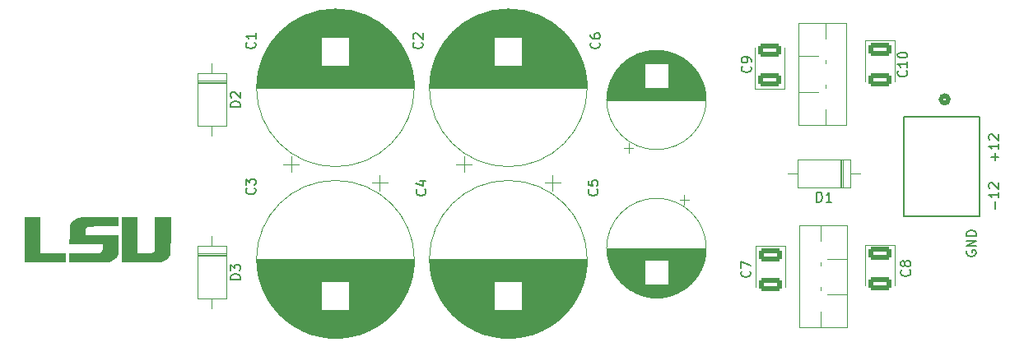
<source format=gbr>
%TF.GenerationSoftware,KiCad,Pcbnew,7.0.7-7.0.7~ubuntu22.04.1*%
%TF.CreationDate,2023-10-27T18:02:48-05:00*%
%TF.ProjectId,PSU,5053552e-6b69-4636-9164-5f7063625858,V1.0*%
%TF.SameCoordinates,Original*%
%TF.FileFunction,Legend,Top*%
%TF.FilePolarity,Positive*%
%FSLAX46Y46*%
G04 Gerber Fmt 4.6, Leading zero omitted, Abs format (unit mm)*
G04 Created by KiCad (PCBNEW 7.0.7-7.0.7~ubuntu22.04.1) date 2023-10-27 18:02:48*
%MOMM*%
%LPD*%
G01*
G04 APERTURE LIST*
G04 Aperture macros list*
%AMRoundRect*
0 Rectangle with rounded corners*
0 $1 Rounding radius*
0 $2 $3 $4 $5 $6 $7 $8 $9 X,Y pos of 4 corners*
0 Add a 4 corners polygon primitive as box body*
4,1,4,$2,$3,$4,$5,$6,$7,$8,$9,$2,$3,0*
0 Add four circle primitives for the rounded corners*
1,1,$1+$1,$2,$3*
1,1,$1+$1,$4,$5*
1,1,$1+$1,$6,$7*
1,1,$1+$1,$8,$9*
0 Add four rect primitives between the rounded corners*
20,1,$1+$1,$2,$3,$4,$5,0*
20,1,$1+$1,$4,$5,$6,$7,0*
20,1,$1+$1,$6,$7,$8,$9,0*
20,1,$1+$1,$8,$9,$2,$3,0*%
G04 Aperture macros list end*
%ADD10C,0.200000*%
%ADD11C,0.150000*%
%ADD12C,0.152400*%
%ADD13C,0.508000*%
%ADD14C,0.120000*%
%ADD15C,1.524000*%
%ADD16C,1.803400*%
%ADD17C,3.200000*%
%ADD18R,2.000000X1.905000*%
%ADD19O,2.000000X1.905000*%
%ADD20R,2.000000X2.000000*%
%ADD21C,2.000000*%
%ADD22RoundRect,0.250000X-0.925000X0.412500X-0.925000X-0.412500X0.925000X-0.412500X0.925000X0.412500X0*%
%ADD23R,2.400000X2.400000*%
%ADD24C,2.400000*%
%ADD25R,2.200000X2.200000*%
%ADD26O,2.200000X2.200000*%
%ADD27O,1.500000X3.200000*%
%ADD28O,3.200000X1.500000*%
%ADD29RoundRect,0.250000X0.925000X-0.412500X0.925000X0.412500X-0.925000X0.412500X-0.925000X-0.412500X0*%
G04 APERTURE END LIST*
D10*
X199574838Y-109473904D02*
X199527219Y-109569142D01*
X199527219Y-109569142D02*
X199527219Y-109711999D01*
X199527219Y-109711999D02*
X199574838Y-109854856D01*
X199574838Y-109854856D02*
X199670076Y-109950094D01*
X199670076Y-109950094D02*
X199765314Y-109997713D01*
X199765314Y-109997713D02*
X199955790Y-110045332D01*
X199955790Y-110045332D02*
X200098647Y-110045332D01*
X200098647Y-110045332D02*
X200289123Y-109997713D01*
X200289123Y-109997713D02*
X200384361Y-109950094D01*
X200384361Y-109950094D02*
X200479600Y-109854856D01*
X200479600Y-109854856D02*
X200527219Y-109711999D01*
X200527219Y-109711999D02*
X200527219Y-109616761D01*
X200527219Y-109616761D02*
X200479600Y-109473904D01*
X200479600Y-109473904D02*
X200431980Y-109426285D01*
X200431980Y-109426285D02*
X200098647Y-109426285D01*
X200098647Y-109426285D02*
X200098647Y-109616761D01*
X200527219Y-108997713D02*
X199527219Y-108997713D01*
X199527219Y-108997713D02*
X200527219Y-108426285D01*
X200527219Y-108426285D02*
X199527219Y-108426285D01*
X200527219Y-107950094D02*
X199527219Y-107950094D01*
X199527219Y-107950094D02*
X199527219Y-107711999D01*
X199527219Y-107711999D02*
X199574838Y-107569142D01*
X199574838Y-107569142D02*
X199670076Y-107473904D01*
X199670076Y-107473904D02*
X199765314Y-107426285D01*
X199765314Y-107426285D02*
X199955790Y-107378666D01*
X199955790Y-107378666D02*
X200098647Y-107378666D01*
X200098647Y-107378666D02*
X200289123Y-107426285D01*
X200289123Y-107426285D02*
X200384361Y-107473904D01*
X200384361Y-107473904D02*
X200479600Y-107569142D01*
X200479600Y-107569142D02*
X200527219Y-107711999D01*
X200527219Y-107711999D02*
X200527219Y-107950094D01*
X202446266Y-100193332D02*
X202446266Y-99431428D01*
X202827219Y-99812380D02*
X202065314Y-99812380D01*
X202827219Y-98431428D02*
X202827219Y-99002856D01*
X202827219Y-98717142D02*
X201827219Y-98717142D01*
X201827219Y-98717142D02*
X201970076Y-98812380D01*
X201970076Y-98812380D02*
X202065314Y-98907618D01*
X202065314Y-98907618D02*
X202112933Y-99002856D01*
X201922457Y-98050475D02*
X201874838Y-98002856D01*
X201874838Y-98002856D02*
X201827219Y-97907618D01*
X201827219Y-97907618D02*
X201827219Y-97669523D01*
X201827219Y-97669523D02*
X201874838Y-97574285D01*
X201874838Y-97574285D02*
X201922457Y-97526666D01*
X201922457Y-97526666D02*
X202017695Y-97479047D01*
X202017695Y-97479047D02*
X202112933Y-97479047D01*
X202112933Y-97479047D02*
X202255790Y-97526666D01*
X202255790Y-97526666D02*
X202827219Y-98098094D01*
X202827219Y-98098094D02*
X202827219Y-97479047D01*
X202446266Y-105193332D02*
X202446266Y-104431428D01*
X202827219Y-103431428D02*
X202827219Y-104002856D01*
X202827219Y-103717142D02*
X201827219Y-103717142D01*
X201827219Y-103717142D02*
X201970076Y-103812380D01*
X201970076Y-103812380D02*
X202065314Y-103907618D01*
X202065314Y-103907618D02*
X202112933Y-104002856D01*
X201922457Y-103050475D02*
X201874838Y-103002856D01*
X201874838Y-103002856D02*
X201827219Y-102907618D01*
X201827219Y-102907618D02*
X201827219Y-102669523D01*
X201827219Y-102669523D02*
X201874838Y-102574285D01*
X201874838Y-102574285D02*
X201922457Y-102526666D01*
X201922457Y-102526666D02*
X202017695Y-102479047D01*
X202017695Y-102479047D02*
X202112933Y-102479047D01*
X202112933Y-102479047D02*
X202255790Y-102526666D01*
X202255790Y-102526666D02*
X202827219Y-103098094D01*
X202827219Y-103098094D02*
X202827219Y-102479047D01*
D11*
X161749580Y-88026666D02*
X161797200Y-88074285D01*
X161797200Y-88074285D02*
X161844819Y-88217142D01*
X161844819Y-88217142D02*
X161844819Y-88312380D01*
X161844819Y-88312380D02*
X161797200Y-88455237D01*
X161797200Y-88455237D02*
X161701961Y-88550475D01*
X161701961Y-88550475D02*
X161606723Y-88598094D01*
X161606723Y-88598094D02*
X161416247Y-88645713D01*
X161416247Y-88645713D02*
X161273390Y-88645713D01*
X161273390Y-88645713D02*
X161082914Y-88598094D01*
X161082914Y-88598094D02*
X160987676Y-88550475D01*
X160987676Y-88550475D02*
X160892438Y-88455237D01*
X160892438Y-88455237D02*
X160844819Y-88312380D01*
X160844819Y-88312380D02*
X160844819Y-88217142D01*
X160844819Y-88217142D02*
X160892438Y-88074285D01*
X160892438Y-88074285D02*
X160940057Y-88026666D01*
X160844819Y-87169523D02*
X160844819Y-87359999D01*
X160844819Y-87359999D02*
X160892438Y-87455237D01*
X160892438Y-87455237D02*
X160940057Y-87502856D01*
X160940057Y-87502856D02*
X161082914Y-87598094D01*
X161082914Y-87598094D02*
X161273390Y-87645713D01*
X161273390Y-87645713D02*
X161654342Y-87645713D01*
X161654342Y-87645713D02*
X161749580Y-87598094D01*
X161749580Y-87598094D02*
X161797200Y-87550475D01*
X161797200Y-87550475D02*
X161844819Y-87455237D01*
X161844819Y-87455237D02*
X161844819Y-87264761D01*
X161844819Y-87264761D02*
X161797200Y-87169523D01*
X161797200Y-87169523D02*
X161749580Y-87121904D01*
X161749580Y-87121904D02*
X161654342Y-87074285D01*
X161654342Y-87074285D02*
X161416247Y-87074285D01*
X161416247Y-87074285D02*
X161321009Y-87121904D01*
X161321009Y-87121904D02*
X161273390Y-87169523D01*
X161273390Y-87169523D02*
X161225771Y-87264761D01*
X161225771Y-87264761D02*
X161225771Y-87455237D01*
X161225771Y-87455237D02*
X161273390Y-87550475D01*
X161273390Y-87550475D02*
X161321009Y-87598094D01*
X161321009Y-87598094D02*
X161416247Y-87645713D01*
X161523929Y-103162198D02*
X161571549Y-103209817D01*
X161571549Y-103209817D02*
X161619168Y-103352674D01*
X161619168Y-103352674D02*
X161619168Y-103447912D01*
X161619168Y-103447912D02*
X161571549Y-103590769D01*
X161571549Y-103590769D02*
X161476310Y-103686007D01*
X161476310Y-103686007D02*
X161381072Y-103733626D01*
X161381072Y-103733626D02*
X161190596Y-103781245D01*
X161190596Y-103781245D02*
X161047739Y-103781245D01*
X161047739Y-103781245D02*
X160857263Y-103733626D01*
X160857263Y-103733626D02*
X160762025Y-103686007D01*
X160762025Y-103686007D02*
X160666787Y-103590769D01*
X160666787Y-103590769D02*
X160619168Y-103447912D01*
X160619168Y-103447912D02*
X160619168Y-103352674D01*
X160619168Y-103352674D02*
X160666787Y-103209817D01*
X160666787Y-103209817D02*
X160714406Y-103162198D01*
X160619168Y-102257436D02*
X160619168Y-102733626D01*
X160619168Y-102733626D02*
X161095358Y-102781245D01*
X161095358Y-102781245D02*
X161047739Y-102733626D01*
X161047739Y-102733626D02*
X161000120Y-102638388D01*
X161000120Y-102638388D02*
X161000120Y-102400293D01*
X161000120Y-102400293D02*
X161047739Y-102305055D01*
X161047739Y-102305055D02*
X161095358Y-102257436D01*
X161095358Y-102257436D02*
X161190596Y-102209817D01*
X161190596Y-102209817D02*
X161428691Y-102209817D01*
X161428691Y-102209817D02*
X161523929Y-102257436D01*
X161523929Y-102257436D02*
X161571549Y-102305055D01*
X161571549Y-102305055D02*
X161619168Y-102400293D01*
X161619168Y-102400293D02*
X161619168Y-102638388D01*
X161619168Y-102638388D02*
X161571549Y-102733626D01*
X161571549Y-102733626D02*
X161523929Y-102781245D01*
X193350982Y-90936175D02*
X193398602Y-90983794D01*
X193398602Y-90983794D02*
X193446221Y-91126651D01*
X193446221Y-91126651D02*
X193446221Y-91221889D01*
X193446221Y-91221889D02*
X193398602Y-91364746D01*
X193398602Y-91364746D02*
X193303363Y-91459984D01*
X193303363Y-91459984D02*
X193208125Y-91507603D01*
X193208125Y-91507603D02*
X193017649Y-91555222D01*
X193017649Y-91555222D02*
X192874792Y-91555222D01*
X192874792Y-91555222D02*
X192684316Y-91507603D01*
X192684316Y-91507603D02*
X192589078Y-91459984D01*
X192589078Y-91459984D02*
X192493840Y-91364746D01*
X192493840Y-91364746D02*
X192446221Y-91221889D01*
X192446221Y-91221889D02*
X192446221Y-91126651D01*
X192446221Y-91126651D02*
X192493840Y-90983794D01*
X192493840Y-90983794D02*
X192541459Y-90936175D01*
X193446221Y-89983794D02*
X193446221Y-90555222D01*
X193446221Y-90269508D02*
X192446221Y-90269508D01*
X192446221Y-90269508D02*
X192589078Y-90364746D01*
X192589078Y-90364746D02*
X192684316Y-90459984D01*
X192684316Y-90459984D02*
X192731935Y-90555222D01*
X192446221Y-89364746D02*
X192446221Y-89269508D01*
X192446221Y-89269508D02*
X192493840Y-89174270D01*
X192493840Y-89174270D02*
X192541459Y-89126651D01*
X192541459Y-89126651D02*
X192636697Y-89079032D01*
X192636697Y-89079032D02*
X192827173Y-89031413D01*
X192827173Y-89031413D02*
X193065268Y-89031413D01*
X193065268Y-89031413D02*
X193255744Y-89079032D01*
X193255744Y-89079032D02*
X193350982Y-89126651D01*
X193350982Y-89126651D02*
X193398602Y-89174270D01*
X193398602Y-89174270D02*
X193446221Y-89269508D01*
X193446221Y-89269508D02*
X193446221Y-89364746D01*
X193446221Y-89364746D02*
X193398602Y-89459984D01*
X193398602Y-89459984D02*
X193350982Y-89507603D01*
X193350982Y-89507603D02*
X193255744Y-89555222D01*
X193255744Y-89555222D02*
X193065268Y-89602841D01*
X193065268Y-89602841D02*
X192827173Y-89602841D01*
X192827173Y-89602841D02*
X192636697Y-89555222D01*
X192636697Y-89555222D02*
X192541459Y-89507603D01*
X192541459Y-89507603D02*
X192493840Y-89459984D01*
X192493840Y-89459984D02*
X192446221Y-89364746D01*
X177234376Y-111566687D02*
X177281996Y-111614306D01*
X177281996Y-111614306D02*
X177329615Y-111757163D01*
X177329615Y-111757163D02*
X177329615Y-111852401D01*
X177329615Y-111852401D02*
X177281996Y-111995258D01*
X177281996Y-111995258D02*
X177186757Y-112090496D01*
X177186757Y-112090496D02*
X177091519Y-112138115D01*
X177091519Y-112138115D02*
X176901043Y-112185734D01*
X176901043Y-112185734D02*
X176758186Y-112185734D01*
X176758186Y-112185734D02*
X176567710Y-112138115D01*
X176567710Y-112138115D02*
X176472472Y-112090496D01*
X176472472Y-112090496D02*
X176377234Y-111995258D01*
X176377234Y-111995258D02*
X176329615Y-111852401D01*
X176329615Y-111852401D02*
X176329615Y-111757163D01*
X176329615Y-111757163D02*
X176377234Y-111614306D01*
X176377234Y-111614306D02*
X176424853Y-111566687D01*
X176329615Y-111233353D02*
X176329615Y-110566687D01*
X176329615Y-110566687D02*
X177329615Y-110995258D01*
X143837964Y-103162198D02*
X143885584Y-103209817D01*
X143885584Y-103209817D02*
X143933203Y-103352674D01*
X143933203Y-103352674D02*
X143933203Y-103447912D01*
X143933203Y-103447912D02*
X143885584Y-103590769D01*
X143885584Y-103590769D02*
X143790345Y-103686007D01*
X143790345Y-103686007D02*
X143695107Y-103733626D01*
X143695107Y-103733626D02*
X143504631Y-103781245D01*
X143504631Y-103781245D02*
X143361774Y-103781245D01*
X143361774Y-103781245D02*
X143171298Y-103733626D01*
X143171298Y-103733626D02*
X143076060Y-103686007D01*
X143076060Y-103686007D02*
X142980822Y-103590769D01*
X142980822Y-103590769D02*
X142933203Y-103447912D01*
X142933203Y-103447912D02*
X142933203Y-103352674D01*
X142933203Y-103352674D02*
X142980822Y-103209817D01*
X142980822Y-103209817D02*
X143028441Y-103162198D01*
X143266536Y-102305055D02*
X143933203Y-102305055D01*
X142885584Y-102543150D02*
X143599869Y-102781245D01*
X143599869Y-102781245D02*
X143599869Y-102162198D01*
X193673814Y-111464370D02*
X193721434Y-111511989D01*
X193721434Y-111511989D02*
X193769053Y-111654846D01*
X193769053Y-111654846D02*
X193769053Y-111750084D01*
X193769053Y-111750084D02*
X193721434Y-111892941D01*
X193721434Y-111892941D02*
X193626195Y-111988179D01*
X193626195Y-111988179D02*
X193530957Y-112035798D01*
X193530957Y-112035798D02*
X193340481Y-112083417D01*
X193340481Y-112083417D02*
X193197624Y-112083417D01*
X193197624Y-112083417D02*
X193007148Y-112035798D01*
X193007148Y-112035798D02*
X192911910Y-111988179D01*
X192911910Y-111988179D02*
X192816672Y-111892941D01*
X192816672Y-111892941D02*
X192769053Y-111750084D01*
X192769053Y-111750084D02*
X192769053Y-111654846D01*
X192769053Y-111654846D02*
X192816672Y-111511989D01*
X192816672Y-111511989D02*
X192864291Y-111464370D01*
X193197624Y-110892941D02*
X193150005Y-110988179D01*
X193150005Y-110988179D02*
X193102386Y-111035798D01*
X193102386Y-111035798D02*
X193007148Y-111083417D01*
X193007148Y-111083417D02*
X192959529Y-111083417D01*
X192959529Y-111083417D02*
X192864291Y-111035798D01*
X192864291Y-111035798D02*
X192816672Y-110988179D01*
X192816672Y-110988179D02*
X192769053Y-110892941D01*
X192769053Y-110892941D02*
X192769053Y-110702465D01*
X192769053Y-110702465D02*
X192816672Y-110607227D01*
X192816672Y-110607227D02*
X192864291Y-110559608D01*
X192864291Y-110559608D02*
X192959529Y-110511989D01*
X192959529Y-110511989D02*
X193007148Y-110511989D01*
X193007148Y-110511989D02*
X193102386Y-110559608D01*
X193102386Y-110559608D02*
X193150005Y-110607227D01*
X193150005Y-110607227D02*
X193197624Y-110702465D01*
X193197624Y-110702465D02*
X193197624Y-110892941D01*
X193197624Y-110892941D02*
X193245243Y-110988179D01*
X193245243Y-110988179D02*
X193292862Y-111035798D01*
X193292862Y-111035798D02*
X193388100Y-111083417D01*
X193388100Y-111083417D02*
X193578576Y-111083417D01*
X193578576Y-111083417D02*
X193673814Y-111035798D01*
X193673814Y-111035798D02*
X193721434Y-110988179D01*
X193721434Y-110988179D02*
X193769053Y-110892941D01*
X193769053Y-110892941D02*
X193769053Y-110702465D01*
X193769053Y-110702465D02*
X193721434Y-110607227D01*
X193721434Y-110607227D02*
X193673814Y-110559608D01*
X193673814Y-110559608D02*
X193578576Y-110511989D01*
X193578576Y-110511989D02*
X193388100Y-110511989D01*
X193388100Y-110511989D02*
X193292862Y-110559608D01*
X193292862Y-110559608D02*
X193245243Y-110607227D01*
X193245243Y-110607227D02*
X193197624Y-110702465D01*
X184132626Y-104444819D02*
X184132626Y-103444819D01*
X184132626Y-103444819D02*
X184370721Y-103444819D01*
X184370721Y-103444819D02*
X184513578Y-103492438D01*
X184513578Y-103492438D02*
X184608816Y-103587676D01*
X184608816Y-103587676D02*
X184656435Y-103682914D01*
X184656435Y-103682914D02*
X184704054Y-103873390D01*
X184704054Y-103873390D02*
X184704054Y-104016247D01*
X184704054Y-104016247D02*
X184656435Y-104206723D01*
X184656435Y-104206723D02*
X184608816Y-104301961D01*
X184608816Y-104301961D02*
X184513578Y-104397200D01*
X184513578Y-104397200D02*
X184370721Y-104444819D01*
X184370721Y-104444819D02*
X184132626Y-104444819D01*
X185656435Y-104444819D02*
X185085007Y-104444819D01*
X185370721Y-104444819D02*
X185370721Y-103444819D01*
X185370721Y-103444819D02*
X185275483Y-103587676D01*
X185275483Y-103587676D02*
X185180245Y-103682914D01*
X185180245Y-103682914D02*
X185085007Y-103730533D01*
X143509580Y-88026666D02*
X143557200Y-88074285D01*
X143557200Y-88074285D02*
X143604819Y-88217142D01*
X143604819Y-88217142D02*
X143604819Y-88312380D01*
X143604819Y-88312380D02*
X143557200Y-88455237D01*
X143557200Y-88455237D02*
X143461961Y-88550475D01*
X143461961Y-88550475D02*
X143366723Y-88598094D01*
X143366723Y-88598094D02*
X143176247Y-88645713D01*
X143176247Y-88645713D02*
X143033390Y-88645713D01*
X143033390Y-88645713D02*
X142842914Y-88598094D01*
X142842914Y-88598094D02*
X142747676Y-88550475D01*
X142747676Y-88550475D02*
X142652438Y-88455237D01*
X142652438Y-88455237D02*
X142604819Y-88312380D01*
X142604819Y-88312380D02*
X142604819Y-88217142D01*
X142604819Y-88217142D02*
X142652438Y-88074285D01*
X142652438Y-88074285D02*
X142700057Y-88026666D01*
X142700057Y-87645713D02*
X142652438Y-87598094D01*
X142652438Y-87598094D02*
X142604819Y-87502856D01*
X142604819Y-87502856D02*
X142604819Y-87264761D01*
X142604819Y-87264761D02*
X142652438Y-87169523D01*
X142652438Y-87169523D02*
X142700057Y-87121904D01*
X142700057Y-87121904D02*
X142795295Y-87074285D01*
X142795295Y-87074285D02*
X142890533Y-87074285D01*
X142890533Y-87074285D02*
X143033390Y-87121904D01*
X143033390Y-87121904D02*
X143604819Y-87693332D01*
X143604819Y-87693332D02*
X143604819Y-87074285D01*
X126319580Y-103026666D02*
X126367200Y-103074285D01*
X126367200Y-103074285D02*
X126414819Y-103217142D01*
X126414819Y-103217142D02*
X126414819Y-103312380D01*
X126414819Y-103312380D02*
X126367200Y-103455237D01*
X126367200Y-103455237D02*
X126271961Y-103550475D01*
X126271961Y-103550475D02*
X126176723Y-103598094D01*
X126176723Y-103598094D02*
X125986247Y-103645713D01*
X125986247Y-103645713D02*
X125843390Y-103645713D01*
X125843390Y-103645713D02*
X125652914Y-103598094D01*
X125652914Y-103598094D02*
X125557676Y-103550475D01*
X125557676Y-103550475D02*
X125462438Y-103455237D01*
X125462438Y-103455237D02*
X125414819Y-103312380D01*
X125414819Y-103312380D02*
X125414819Y-103217142D01*
X125414819Y-103217142D02*
X125462438Y-103074285D01*
X125462438Y-103074285D02*
X125510057Y-103026666D01*
X125414819Y-102693332D02*
X125414819Y-102074285D01*
X125414819Y-102074285D02*
X125795771Y-102407618D01*
X125795771Y-102407618D02*
X125795771Y-102264761D01*
X125795771Y-102264761D02*
X125843390Y-102169523D01*
X125843390Y-102169523D02*
X125891009Y-102121904D01*
X125891009Y-102121904D02*
X125986247Y-102074285D01*
X125986247Y-102074285D02*
X126224342Y-102074285D01*
X126224342Y-102074285D02*
X126319580Y-102121904D01*
X126319580Y-102121904D02*
X126367200Y-102169523D01*
X126367200Y-102169523D02*
X126414819Y-102264761D01*
X126414819Y-102264761D02*
X126414819Y-102550475D01*
X126414819Y-102550475D02*
X126367200Y-102645713D01*
X126367200Y-102645713D02*
X126319580Y-102693332D01*
X126319580Y-88026666D02*
X126367200Y-88074285D01*
X126367200Y-88074285D02*
X126414819Y-88217142D01*
X126414819Y-88217142D02*
X126414819Y-88312380D01*
X126414819Y-88312380D02*
X126367200Y-88455237D01*
X126367200Y-88455237D02*
X126271961Y-88550475D01*
X126271961Y-88550475D02*
X126176723Y-88598094D01*
X126176723Y-88598094D02*
X125986247Y-88645713D01*
X125986247Y-88645713D02*
X125843390Y-88645713D01*
X125843390Y-88645713D02*
X125652914Y-88598094D01*
X125652914Y-88598094D02*
X125557676Y-88550475D01*
X125557676Y-88550475D02*
X125462438Y-88455237D01*
X125462438Y-88455237D02*
X125414819Y-88312380D01*
X125414819Y-88312380D02*
X125414819Y-88217142D01*
X125414819Y-88217142D02*
X125462438Y-88074285D01*
X125462438Y-88074285D02*
X125510057Y-88026666D01*
X126414819Y-87074285D02*
X126414819Y-87645713D01*
X126414819Y-87359999D02*
X125414819Y-87359999D01*
X125414819Y-87359999D02*
X125557676Y-87455237D01*
X125557676Y-87455237D02*
X125652914Y-87550475D01*
X125652914Y-87550475D02*
X125700533Y-87645713D01*
X124844819Y-94638094D02*
X123844819Y-94638094D01*
X123844819Y-94638094D02*
X123844819Y-94399999D01*
X123844819Y-94399999D02*
X123892438Y-94257142D01*
X123892438Y-94257142D02*
X123987676Y-94161904D01*
X123987676Y-94161904D02*
X124082914Y-94114285D01*
X124082914Y-94114285D02*
X124273390Y-94066666D01*
X124273390Y-94066666D02*
X124416247Y-94066666D01*
X124416247Y-94066666D02*
X124606723Y-94114285D01*
X124606723Y-94114285D02*
X124701961Y-94161904D01*
X124701961Y-94161904D02*
X124797200Y-94257142D01*
X124797200Y-94257142D02*
X124844819Y-94399999D01*
X124844819Y-94399999D02*
X124844819Y-94638094D01*
X123940057Y-93685713D02*
X123892438Y-93638094D01*
X123892438Y-93638094D02*
X123844819Y-93542856D01*
X123844819Y-93542856D02*
X123844819Y-93304761D01*
X123844819Y-93304761D02*
X123892438Y-93209523D01*
X123892438Y-93209523D02*
X123940057Y-93161904D01*
X123940057Y-93161904D02*
X124035295Y-93114285D01*
X124035295Y-93114285D02*
X124130533Y-93114285D01*
X124130533Y-93114285D02*
X124273390Y-93161904D01*
X124273390Y-93161904D02*
X124844819Y-93733332D01*
X124844819Y-93733332D02*
X124844819Y-93114285D01*
X177300959Y-90484147D02*
X177348579Y-90531766D01*
X177348579Y-90531766D02*
X177396198Y-90674623D01*
X177396198Y-90674623D02*
X177396198Y-90769861D01*
X177396198Y-90769861D02*
X177348579Y-90912718D01*
X177348579Y-90912718D02*
X177253340Y-91007956D01*
X177253340Y-91007956D02*
X177158102Y-91055575D01*
X177158102Y-91055575D02*
X176967626Y-91103194D01*
X176967626Y-91103194D02*
X176824769Y-91103194D01*
X176824769Y-91103194D02*
X176634293Y-91055575D01*
X176634293Y-91055575D02*
X176539055Y-91007956D01*
X176539055Y-91007956D02*
X176443817Y-90912718D01*
X176443817Y-90912718D02*
X176396198Y-90769861D01*
X176396198Y-90769861D02*
X176396198Y-90674623D01*
X176396198Y-90674623D02*
X176443817Y-90531766D01*
X176443817Y-90531766D02*
X176491436Y-90484147D01*
X177396198Y-90007956D02*
X177396198Y-89817480D01*
X177396198Y-89817480D02*
X177348579Y-89722242D01*
X177348579Y-89722242D02*
X177300959Y-89674623D01*
X177300959Y-89674623D02*
X177158102Y-89579385D01*
X177158102Y-89579385D02*
X176967626Y-89531766D01*
X176967626Y-89531766D02*
X176586674Y-89531766D01*
X176586674Y-89531766D02*
X176491436Y-89579385D01*
X176491436Y-89579385D02*
X176443817Y-89627004D01*
X176443817Y-89627004D02*
X176396198Y-89722242D01*
X176396198Y-89722242D02*
X176396198Y-89912718D01*
X176396198Y-89912718D02*
X176443817Y-90007956D01*
X176443817Y-90007956D02*
X176491436Y-90055575D01*
X176491436Y-90055575D02*
X176586674Y-90103194D01*
X176586674Y-90103194D02*
X176824769Y-90103194D01*
X176824769Y-90103194D02*
X176920007Y-90055575D01*
X176920007Y-90055575D02*
X176967626Y-90007956D01*
X176967626Y-90007956D02*
X177015245Y-89912718D01*
X177015245Y-89912718D02*
X177015245Y-89722242D01*
X177015245Y-89722242D02*
X176967626Y-89627004D01*
X176967626Y-89627004D02*
X176920007Y-89579385D01*
X176920007Y-89579385D02*
X176824769Y-89531766D01*
X124844819Y-112418094D02*
X123844819Y-112418094D01*
X123844819Y-112418094D02*
X123844819Y-112179999D01*
X123844819Y-112179999D02*
X123892438Y-112037142D01*
X123892438Y-112037142D02*
X123987676Y-111941904D01*
X123987676Y-111941904D02*
X124082914Y-111894285D01*
X124082914Y-111894285D02*
X124273390Y-111846666D01*
X124273390Y-111846666D02*
X124416247Y-111846666D01*
X124416247Y-111846666D02*
X124606723Y-111894285D01*
X124606723Y-111894285D02*
X124701961Y-111941904D01*
X124701961Y-111941904D02*
X124797200Y-112037142D01*
X124797200Y-112037142D02*
X124844819Y-112179999D01*
X124844819Y-112179999D02*
X124844819Y-112418094D01*
X123844819Y-111513332D02*
X123844819Y-110894285D01*
X123844819Y-110894285D02*
X124225771Y-111227618D01*
X124225771Y-111227618D02*
X124225771Y-111084761D01*
X124225771Y-111084761D02*
X124273390Y-110989523D01*
X124273390Y-110989523D02*
X124321009Y-110941904D01*
X124321009Y-110941904D02*
X124416247Y-110894285D01*
X124416247Y-110894285D02*
X124654342Y-110894285D01*
X124654342Y-110894285D02*
X124749580Y-110941904D01*
X124749580Y-110941904D02*
X124797200Y-110989523D01*
X124797200Y-110989523D02*
X124844819Y-111084761D01*
X124844819Y-111084761D02*
X124844819Y-111370475D01*
X124844819Y-111370475D02*
X124797200Y-111465713D01*
X124797200Y-111465713D02*
X124749580Y-111513332D01*
D12*
%TO.C,J2*%
X200916554Y-95657801D02*
X193067954Y-95657801D01*
X193067954Y-95657801D02*
X193067954Y-105919401D01*
X200916554Y-105919401D02*
X200916554Y-95657801D01*
X193067954Y-105919401D02*
X200916554Y-105919401D01*
D13*
X197670553Y-93879801D02*
G75*
G03*
X197670553Y-93879801I-381000J0D01*
G01*
D14*
%TO.C,U2*%
X187268373Y-106880025D02*
X182327373Y-106880025D01*
X187268373Y-106880025D02*
X187268373Y-117380025D01*
X184508373Y-106880025D02*
X184508373Y-108487025D01*
X182327373Y-106880025D02*
X182327373Y-117380025D01*
X187268373Y-110280025D02*
X185250373Y-110280025D01*
X184508373Y-110693025D02*
X184508373Y-111028025D01*
X184508373Y-113233025D02*
X184508373Y-113568025D01*
X187268373Y-113981025D02*
X185250373Y-113981025D01*
X184508373Y-115773025D02*
X184508373Y-117380025D01*
X187268373Y-117380025D02*
X182327373Y-117380025D01*
%TO.C,C6*%
X164765000Y-99419646D02*
X164765000Y-98419646D01*
X164265000Y-98919646D02*
X165265000Y-98919646D01*
X162560000Y-93940000D02*
X172720000Y-93940000D01*
X162560000Y-93900000D02*
X172720000Y-93900000D01*
X162560000Y-93860000D02*
X172720000Y-93860000D01*
X162561000Y-93820000D02*
X172719000Y-93820000D01*
X162562000Y-93780000D02*
X172718000Y-93780000D01*
X162563000Y-93740000D02*
X172717000Y-93740000D01*
X162565000Y-93700000D02*
X172715000Y-93700000D01*
X162567000Y-93660000D02*
X172713000Y-93660000D01*
X162570000Y-93620000D02*
X172710000Y-93620000D01*
X162572000Y-93580000D02*
X172708000Y-93580000D01*
X162575000Y-93540000D02*
X172705000Y-93540000D01*
X162578000Y-93500000D02*
X172702000Y-93500000D01*
X162582000Y-93460000D02*
X172698000Y-93460000D01*
X162586000Y-93420000D02*
X172694000Y-93420000D01*
X162590000Y-93380000D02*
X172690000Y-93380000D01*
X162595000Y-93340000D02*
X172685000Y-93340000D01*
X162600000Y-93300000D02*
X172680000Y-93300000D01*
X162605000Y-93260000D02*
X172675000Y-93260000D01*
X162610000Y-93219000D02*
X172670000Y-93219000D01*
X162616000Y-93179000D02*
X172664000Y-93179000D01*
X162622000Y-93139000D02*
X172658000Y-93139000D01*
X162629000Y-93099000D02*
X172651000Y-93099000D01*
X162636000Y-93059000D02*
X172644000Y-93059000D01*
X162643000Y-93019000D02*
X172637000Y-93019000D01*
X162650000Y-92979000D02*
X172630000Y-92979000D01*
X162658000Y-92939000D02*
X172622000Y-92939000D01*
X162666000Y-92899000D02*
X172614000Y-92899000D01*
X162675000Y-92859000D02*
X172605000Y-92859000D01*
X162684000Y-92819000D02*
X172596000Y-92819000D01*
X162693000Y-92779000D02*
X172587000Y-92779000D01*
X162702000Y-92739000D02*
X172578000Y-92739000D01*
X162712000Y-92699000D02*
X172568000Y-92699000D01*
X162722000Y-92659000D02*
X166399000Y-92659000D01*
X168881000Y-92659000D02*
X172558000Y-92659000D01*
X162733000Y-92619000D02*
X166399000Y-92619000D01*
X168881000Y-92619000D02*
X172547000Y-92619000D01*
X162743000Y-92579000D02*
X166399000Y-92579000D01*
X168881000Y-92579000D02*
X172537000Y-92579000D01*
X162755000Y-92539000D02*
X166399000Y-92539000D01*
X168881000Y-92539000D02*
X172525000Y-92539000D01*
X162766000Y-92499000D02*
X166399000Y-92499000D01*
X168881000Y-92499000D02*
X172514000Y-92499000D01*
X162778000Y-92459000D02*
X166399000Y-92459000D01*
X168881000Y-92459000D02*
X172502000Y-92459000D01*
X162790000Y-92419000D02*
X166399000Y-92419000D01*
X168881000Y-92419000D02*
X172490000Y-92419000D01*
X162803000Y-92379000D02*
X166399000Y-92379000D01*
X168881000Y-92379000D02*
X172477000Y-92379000D01*
X162816000Y-92339000D02*
X166399000Y-92339000D01*
X168881000Y-92339000D02*
X172464000Y-92339000D01*
X162829000Y-92299000D02*
X166399000Y-92299000D01*
X168881000Y-92299000D02*
X172451000Y-92299000D01*
X162843000Y-92259000D02*
X166399000Y-92259000D01*
X168881000Y-92259000D02*
X172437000Y-92259000D01*
X162857000Y-92219000D02*
X166399000Y-92219000D01*
X168881000Y-92219000D02*
X172423000Y-92219000D01*
X162872000Y-92179000D02*
X166399000Y-92179000D01*
X168881000Y-92179000D02*
X172408000Y-92179000D01*
X162886000Y-92139000D02*
X166399000Y-92139000D01*
X168881000Y-92139000D02*
X172394000Y-92139000D01*
X162902000Y-92099000D02*
X166399000Y-92099000D01*
X168881000Y-92099000D02*
X172378000Y-92099000D01*
X162917000Y-92059000D02*
X166399000Y-92059000D01*
X168881000Y-92059000D02*
X172363000Y-92059000D01*
X162933000Y-92019000D02*
X166399000Y-92019000D01*
X168881000Y-92019000D02*
X172347000Y-92019000D01*
X162950000Y-91979000D02*
X166399000Y-91979000D01*
X168881000Y-91979000D02*
X172330000Y-91979000D01*
X162966000Y-91939000D02*
X166399000Y-91939000D01*
X168881000Y-91939000D02*
X172314000Y-91939000D01*
X162983000Y-91899000D02*
X166399000Y-91899000D01*
X168881000Y-91899000D02*
X172297000Y-91899000D01*
X163001000Y-91859000D02*
X166399000Y-91859000D01*
X168881000Y-91859000D02*
X172279000Y-91859000D01*
X163019000Y-91819000D02*
X166399000Y-91819000D01*
X168881000Y-91819000D02*
X172261000Y-91819000D01*
X163037000Y-91779000D02*
X166399000Y-91779000D01*
X168881000Y-91779000D02*
X172243000Y-91779000D01*
X163056000Y-91739000D02*
X166399000Y-91739000D01*
X168881000Y-91739000D02*
X172224000Y-91739000D01*
X163076000Y-91699000D02*
X166399000Y-91699000D01*
X168881000Y-91699000D02*
X172204000Y-91699000D01*
X163095000Y-91659000D02*
X166399000Y-91659000D01*
X168881000Y-91659000D02*
X172185000Y-91659000D01*
X163115000Y-91619000D02*
X166399000Y-91619000D01*
X168881000Y-91619000D02*
X172165000Y-91619000D01*
X163136000Y-91579000D02*
X166399000Y-91579000D01*
X168881000Y-91579000D02*
X172144000Y-91579000D01*
X163157000Y-91539000D02*
X166399000Y-91539000D01*
X168881000Y-91539000D02*
X172123000Y-91539000D01*
X163178000Y-91499000D02*
X166399000Y-91499000D01*
X168881000Y-91499000D02*
X172102000Y-91499000D01*
X163200000Y-91459000D02*
X166399000Y-91459000D01*
X168881000Y-91459000D02*
X172080000Y-91459000D01*
X163223000Y-91419000D02*
X166399000Y-91419000D01*
X168881000Y-91419000D02*
X172057000Y-91419000D01*
X163245000Y-91379000D02*
X166399000Y-91379000D01*
X168881000Y-91379000D02*
X172035000Y-91379000D01*
X163269000Y-91339000D02*
X166399000Y-91339000D01*
X168881000Y-91339000D02*
X172011000Y-91339000D01*
X163293000Y-91299000D02*
X166399000Y-91299000D01*
X168881000Y-91299000D02*
X171987000Y-91299000D01*
X163317000Y-91259000D02*
X166399000Y-91259000D01*
X168881000Y-91259000D02*
X171963000Y-91259000D01*
X163342000Y-91219000D02*
X166399000Y-91219000D01*
X168881000Y-91219000D02*
X171938000Y-91219000D01*
X163367000Y-91179000D02*
X166399000Y-91179000D01*
X168881000Y-91179000D02*
X171913000Y-91179000D01*
X163393000Y-91139000D02*
X166399000Y-91139000D01*
X168881000Y-91139000D02*
X171887000Y-91139000D01*
X163419000Y-91099000D02*
X166399000Y-91099000D01*
X168881000Y-91099000D02*
X171861000Y-91099000D01*
X163446000Y-91059000D02*
X166399000Y-91059000D01*
X168881000Y-91059000D02*
X171834000Y-91059000D01*
X163474000Y-91019000D02*
X166399000Y-91019000D01*
X168881000Y-91019000D02*
X171806000Y-91019000D01*
X163502000Y-90979000D02*
X166399000Y-90979000D01*
X168881000Y-90979000D02*
X171778000Y-90979000D01*
X163530000Y-90939000D02*
X166399000Y-90939000D01*
X168881000Y-90939000D02*
X171750000Y-90939000D01*
X163560000Y-90899000D02*
X166399000Y-90899000D01*
X168881000Y-90899000D02*
X171720000Y-90899000D01*
X163590000Y-90859000D02*
X166399000Y-90859000D01*
X168881000Y-90859000D02*
X171690000Y-90859000D01*
X163620000Y-90819000D02*
X166399000Y-90819000D01*
X168881000Y-90819000D02*
X171660000Y-90819000D01*
X163651000Y-90779000D02*
X166399000Y-90779000D01*
X168881000Y-90779000D02*
X171629000Y-90779000D01*
X163683000Y-90739000D02*
X166399000Y-90739000D01*
X168881000Y-90739000D02*
X171597000Y-90739000D01*
X163715000Y-90699000D02*
X166399000Y-90699000D01*
X168881000Y-90699000D02*
X171565000Y-90699000D01*
X163748000Y-90659000D02*
X166399000Y-90659000D01*
X168881000Y-90659000D02*
X171532000Y-90659000D01*
X163782000Y-90619000D02*
X166399000Y-90619000D01*
X168881000Y-90619000D02*
X171498000Y-90619000D01*
X163816000Y-90579000D02*
X166399000Y-90579000D01*
X168881000Y-90579000D02*
X171464000Y-90579000D01*
X163851000Y-90539000D02*
X166399000Y-90539000D01*
X168881000Y-90539000D02*
X171429000Y-90539000D01*
X163887000Y-90499000D02*
X166399000Y-90499000D01*
X168881000Y-90499000D02*
X171393000Y-90499000D01*
X163924000Y-90459000D02*
X166399000Y-90459000D01*
X168881000Y-90459000D02*
X171356000Y-90459000D01*
X163961000Y-90419000D02*
X166399000Y-90419000D01*
X168881000Y-90419000D02*
X171319000Y-90419000D01*
X164000000Y-90379000D02*
X166399000Y-90379000D01*
X168881000Y-90379000D02*
X171280000Y-90379000D01*
X164039000Y-90339000D02*
X166399000Y-90339000D01*
X168881000Y-90339000D02*
X171241000Y-90339000D01*
X164079000Y-90299000D02*
X166399000Y-90299000D01*
X168881000Y-90299000D02*
X171201000Y-90299000D01*
X164120000Y-90259000D02*
X166399000Y-90259000D01*
X168881000Y-90259000D02*
X171160000Y-90259000D01*
X164162000Y-90219000D02*
X166399000Y-90219000D01*
X168881000Y-90219000D02*
X171118000Y-90219000D01*
X164204000Y-90179000D02*
X171076000Y-90179000D01*
X164248000Y-90139000D02*
X171032000Y-90139000D01*
X164293000Y-90099000D02*
X170987000Y-90099000D01*
X164339000Y-90059000D02*
X170941000Y-90059000D01*
X164386000Y-90019000D02*
X170894000Y-90019000D01*
X164434000Y-89979000D02*
X170846000Y-89979000D01*
X164484000Y-89939000D02*
X170796000Y-89939000D01*
X164534000Y-89899000D02*
X170746000Y-89899000D01*
X164586000Y-89859000D02*
X170694000Y-89859000D01*
X164640000Y-89819000D02*
X170640000Y-89819000D01*
X164695000Y-89779000D02*
X170585000Y-89779000D01*
X164751000Y-89739000D02*
X170529000Y-89739000D01*
X164810000Y-89699000D02*
X170470000Y-89699000D01*
X164870000Y-89659000D02*
X170410000Y-89659000D01*
X164931000Y-89619000D02*
X170349000Y-89619000D01*
X164995000Y-89579000D02*
X170285000Y-89579000D01*
X165061000Y-89539000D02*
X170219000Y-89539000D01*
X165130000Y-89499000D02*
X170150000Y-89499000D01*
X165201000Y-89459000D02*
X170079000Y-89459000D01*
X165275000Y-89419000D02*
X170005000Y-89419000D01*
X165351000Y-89379000D02*
X169929000Y-89379000D01*
X165431000Y-89339000D02*
X169849000Y-89339000D01*
X165515000Y-89299000D02*
X169765000Y-89299000D01*
X165603000Y-89259000D02*
X169677000Y-89259000D01*
X165696000Y-89219000D02*
X169584000Y-89219000D01*
X165794000Y-89179000D02*
X169486000Y-89179000D01*
X165898000Y-89139000D02*
X169382000Y-89139000D01*
X166010000Y-89099000D02*
X169270000Y-89099000D01*
X166130000Y-89059000D02*
X169150000Y-89059000D01*
X166262000Y-89019000D02*
X169018000Y-89019000D01*
X166410000Y-88979000D02*
X168870000Y-88979000D01*
X166578000Y-88939000D02*
X168702000Y-88939000D01*
X166778000Y-88899000D02*
X168502000Y-88899000D01*
X167041000Y-88859000D02*
X168239000Y-88859000D01*
X172760000Y-93940000D02*
G75*
G03*
X172760000Y-93940000I-5120000J0D01*
G01*
%TO.C,C5*%
X170515000Y-103700354D02*
X170515000Y-104700354D01*
X171015000Y-104200354D02*
X170015000Y-104200354D01*
X172720000Y-109180000D02*
X162560000Y-109180000D01*
X172720000Y-109220000D02*
X162560000Y-109220000D01*
X172720000Y-109260000D02*
X162560000Y-109260000D01*
X172719000Y-109300000D02*
X162561000Y-109300000D01*
X172718000Y-109340000D02*
X162562000Y-109340000D01*
X172717000Y-109380000D02*
X162563000Y-109380000D01*
X172715000Y-109420000D02*
X162565000Y-109420000D01*
X172713000Y-109460000D02*
X162567000Y-109460000D01*
X172710000Y-109500000D02*
X162570000Y-109500000D01*
X172708000Y-109540000D02*
X162572000Y-109540000D01*
X172705000Y-109580000D02*
X162575000Y-109580000D01*
X172702000Y-109620000D02*
X162578000Y-109620000D01*
X172698000Y-109660000D02*
X162582000Y-109660000D01*
X172694000Y-109700000D02*
X162586000Y-109700000D01*
X172690000Y-109740000D02*
X162590000Y-109740000D01*
X172685000Y-109780000D02*
X162595000Y-109780000D01*
X172680000Y-109820000D02*
X162600000Y-109820000D01*
X172675000Y-109860000D02*
X162605000Y-109860000D01*
X172670000Y-109901000D02*
X162610000Y-109901000D01*
X172664000Y-109941000D02*
X162616000Y-109941000D01*
X172658000Y-109981000D02*
X162622000Y-109981000D01*
X172651000Y-110021000D02*
X162629000Y-110021000D01*
X172644000Y-110061000D02*
X162636000Y-110061000D01*
X172637000Y-110101000D02*
X162643000Y-110101000D01*
X172630000Y-110141000D02*
X162650000Y-110141000D01*
X172622000Y-110181000D02*
X162658000Y-110181000D01*
X172614000Y-110221000D02*
X162666000Y-110221000D01*
X172605000Y-110261000D02*
X162675000Y-110261000D01*
X172596000Y-110301000D02*
X162684000Y-110301000D01*
X172587000Y-110341000D02*
X162693000Y-110341000D01*
X172578000Y-110381000D02*
X162702000Y-110381000D01*
X172568000Y-110421000D02*
X162712000Y-110421000D01*
X172558000Y-110461000D02*
X168881000Y-110461000D01*
X166399000Y-110461000D02*
X162722000Y-110461000D01*
X172547000Y-110501000D02*
X168881000Y-110501000D01*
X166399000Y-110501000D02*
X162733000Y-110501000D01*
X172537000Y-110541000D02*
X168881000Y-110541000D01*
X166399000Y-110541000D02*
X162743000Y-110541000D01*
X172525000Y-110581000D02*
X168881000Y-110581000D01*
X166399000Y-110581000D02*
X162755000Y-110581000D01*
X172514000Y-110621000D02*
X168881000Y-110621000D01*
X166399000Y-110621000D02*
X162766000Y-110621000D01*
X172502000Y-110661000D02*
X168881000Y-110661000D01*
X166399000Y-110661000D02*
X162778000Y-110661000D01*
X172490000Y-110701000D02*
X168881000Y-110701000D01*
X166399000Y-110701000D02*
X162790000Y-110701000D01*
X172477000Y-110741000D02*
X168881000Y-110741000D01*
X166399000Y-110741000D02*
X162803000Y-110741000D01*
X172464000Y-110781000D02*
X168881000Y-110781000D01*
X166399000Y-110781000D02*
X162816000Y-110781000D01*
X172451000Y-110821000D02*
X168881000Y-110821000D01*
X166399000Y-110821000D02*
X162829000Y-110821000D01*
X172437000Y-110861000D02*
X168881000Y-110861000D01*
X166399000Y-110861000D02*
X162843000Y-110861000D01*
X172423000Y-110901000D02*
X168881000Y-110901000D01*
X166399000Y-110901000D02*
X162857000Y-110901000D01*
X172408000Y-110941000D02*
X168881000Y-110941000D01*
X166399000Y-110941000D02*
X162872000Y-110941000D01*
X172394000Y-110981000D02*
X168881000Y-110981000D01*
X166399000Y-110981000D02*
X162886000Y-110981000D01*
X172378000Y-111021000D02*
X168881000Y-111021000D01*
X166399000Y-111021000D02*
X162902000Y-111021000D01*
X172363000Y-111061000D02*
X168881000Y-111061000D01*
X166399000Y-111061000D02*
X162917000Y-111061000D01*
X172347000Y-111101000D02*
X168881000Y-111101000D01*
X166399000Y-111101000D02*
X162933000Y-111101000D01*
X172330000Y-111141000D02*
X168881000Y-111141000D01*
X166399000Y-111141000D02*
X162950000Y-111141000D01*
X172314000Y-111181000D02*
X168881000Y-111181000D01*
X166399000Y-111181000D02*
X162966000Y-111181000D01*
X172297000Y-111221000D02*
X168881000Y-111221000D01*
X166399000Y-111221000D02*
X162983000Y-111221000D01*
X172279000Y-111261000D02*
X168881000Y-111261000D01*
X166399000Y-111261000D02*
X163001000Y-111261000D01*
X172261000Y-111301000D02*
X168881000Y-111301000D01*
X166399000Y-111301000D02*
X163019000Y-111301000D01*
X172243000Y-111341000D02*
X168881000Y-111341000D01*
X166399000Y-111341000D02*
X163037000Y-111341000D01*
X172224000Y-111381000D02*
X168881000Y-111381000D01*
X166399000Y-111381000D02*
X163056000Y-111381000D01*
X172204000Y-111421000D02*
X168881000Y-111421000D01*
X166399000Y-111421000D02*
X163076000Y-111421000D01*
X172185000Y-111461000D02*
X168881000Y-111461000D01*
X166399000Y-111461000D02*
X163095000Y-111461000D01*
X172165000Y-111501000D02*
X168881000Y-111501000D01*
X166399000Y-111501000D02*
X163115000Y-111501000D01*
X172144000Y-111541000D02*
X168881000Y-111541000D01*
X166399000Y-111541000D02*
X163136000Y-111541000D01*
X172123000Y-111581000D02*
X168881000Y-111581000D01*
X166399000Y-111581000D02*
X163157000Y-111581000D01*
X172102000Y-111621000D02*
X168881000Y-111621000D01*
X166399000Y-111621000D02*
X163178000Y-111621000D01*
X172080000Y-111661000D02*
X168881000Y-111661000D01*
X166399000Y-111661000D02*
X163200000Y-111661000D01*
X172057000Y-111701000D02*
X168881000Y-111701000D01*
X166399000Y-111701000D02*
X163223000Y-111701000D01*
X172035000Y-111741000D02*
X168881000Y-111741000D01*
X166399000Y-111741000D02*
X163245000Y-111741000D01*
X172011000Y-111781000D02*
X168881000Y-111781000D01*
X166399000Y-111781000D02*
X163269000Y-111781000D01*
X171987000Y-111821000D02*
X168881000Y-111821000D01*
X166399000Y-111821000D02*
X163293000Y-111821000D01*
X171963000Y-111861000D02*
X168881000Y-111861000D01*
X166399000Y-111861000D02*
X163317000Y-111861000D01*
X171938000Y-111901000D02*
X168881000Y-111901000D01*
X166399000Y-111901000D02*
X163342000Y-111901000D01*
X171913000Y-111941000D02*
X168881000Y-111941000D01*
X166399000Y-111941000D02*
X163367000Y-111941000D01*
X171887000Y-111981000D02*
X168881000Y-111981000D01*
X166399000Y-111981000D02*
X163393000Y-111981000D01*
X171861000Y-112021000D02*
X168881000Y-112021000D01*
X166399000Y-112021000D02*
X163419000Y-112021000D01*
X171834000Y-112061000D02*
X168881000Y-112061000D01*
X166399000Y-112061000D02*
X163446000Y-112061000D01*
X171806000Y-112101000D02*
X168881000Y-112101000D01*
X166399000Y-112101000D02*
X163474000Y-112101000D01*
X171778000Y-112141000D02*
X168881000Y-112141000D01*
X166399000Y-112141000D02*
X163502000Y-112141000D01*
X171750000Y-112181000D02*
X168881000Y-112181000D01*
X166399000Y-112181000D02*
X163530000Y-112181000D01*
X171720000Y-112221000D02*
X168881000Y-112221000D01*
X166399000Y-112221000D02*
X163560000Y-112221000D01*
X171690000Y-112261000D02*
X168881000Y-112261000D01*
X166399000Y-112261000D02*
X163590000Y-112261000D01*
X171660000Y-112301000D02*
X168881000Y-112301000D01*
X166399000Y-112301000D02*
X163620000Y-112301000D01*
X171629000Y-112341000D02*
X168881000Y-112341000D01*
X166399000Y-112341000D02*
X163651000Y-112341000D01*
X171597000Y-112381000D02*
X168881000Y-112381000D01*
X166399000Y-112381000D02*
X163683000Y-112381000D01*
X171565000Y-112421000D02*
X168881000Y-112421000D01*
X166399000Y-112421000D02*
X163715000Y-112421000D01*
X171532000Y-112461000D02*
X168881000Y-112461000D01*
X166399000Y-112461000D02*
X163748000Y-112461000D01*
X171498000Y-112501000D02*
X168881000Y-112501000D01*
X166399000Y-112501000D02*
X163782000Y-112501000D01*
X171464000Y-112541000D02*
X168881000Y-112541000D01*
X166399000Y-112541000D02*
X163816000Y-112541000D01*
X171429000Y-112581000D02*
X168881000Y-112581000D01*
X166399000Y-112581000D02*
X163851000Y-112581000D01*
X171393000Y-112621000D02*
X168881000Y-112621000D01*
X166399000Y-112621000D02*
X163887000Y-112621000D01*
X171356000Y-112661000D02*
X168881000Y-112661000D01*
X166399000Y-112661000D02*
X163924000Y-112661000D01*
X171319000Y-112701000D02*
X168881000Y-112701000D01*
X166399000Y-112701000D02*
X163961000Y-112701000D01*
X171280000Y-112741000D02*
X168881000Y-112741000D01*
X166399000Y-112741000D02*
X164000000Y-112741000D01*
X171241000Y-112781000D02*
X168881000Y-112781000D01*
X166399000Y-112781000D02*
X164039000Y-112781000D01*
X171201000Y-112821000D02*
X168881000Y-112821000D01*
X166399000Y-112821000D02*
X164079000Y-112821000D01*
X171160000Y-112861000D02*
X168881000Y-112861000D01*
X166399000Y-112861000D02*
X164120000Y-112861000D01*
X171118000Y-112901000D02*
X168881000Y-112901000D01*
X166399000Y-112901000D02*
X164162000Y-112901000D01*
X171076000Y-112941000D02*
X164204000Y-112941000D01*
X171032000Y-112981000D02*
X164248000Y-112981000D01*
X170987000Y-113021000D02*
X164293000Y-113021000D01*
X170941000Y-113061000D02*
X164339000Y-113061000D01*
X170894000Y-113101000D02*
X164386000Y-113101000D01*
X170846000Y-113141000D02*
X164434000Y-113141000D01*
X170796000Y-113181000D02*
X164484000Y-113181000D01*
X170746000Y-113221000D02*
X164534000Y-113221000D01*
X170694000Y-113261000D02*
X164586000Y-113261000D01*
X170640000Y-113301000D02*
X164640000Y-113301000D01*
X170585000Y-113341000D02*
X164695000Y-113341000D01*
X170529000Y-113381000D02*
X164751000Y-113381000D01*
X170470000Y-113421000D02*
X164810000Y-113421000D01*
X170410000Y-113461000D02*
X164870000Y-113461000D01*
X170349000Y-113501000D02*
X164931000Y-113501000D01*
X170285000Y-113541000D02*
X164995000Y-113541000D01*
X170219000Y-113581000D02*
X165061000Y-113581000D01*
X170150000Y-113621000D02*
X165130000Y-113621000D01*
X170079000Y-113661000D02*
X165201000Y-113661000D01*
X170005000Y-113701000D02*
X165275000Y-113701000D01*
X169929000Y-113741000D02*
X165351000Y-113741000D01*
X169849000Y-113781000D02*
X165431000Y-113781000D01*
X169765000Y-113821000D02*
X165515000Y-113821000D01*
X169677000Y-113861000D02*
X165603000Y-113861000D01*
X169584000Y-113901000D02*
X165696000Y-113901000D01*
X169486000Y-113941000D02*
X165794000Y-113941000D01*
X169382000Y-113981000D02*
X165898000Y-113981000D01*
X169270000Y-114021000D02*
X166010000Y-114021000D01*
X169150000Y-114061000D02*
X166130000Y-114061000D01*
X169018000Y-114101000D02*
X166262000Y-114101000D01*
X168870000Y-114141000D02*
X166410000Y-114141000D01*
X168702000Y-114181000D02*
X166578000Y-114181000D01*
X168502000Y-114221000D02*
X166778000Y-114221000D01*
X168239000Y-114261000D02*
X167041000Y-114261000D01*
X172760000Y-109180000D02*
G75*
G03*
X172760000Y-109180000I-5120000J0D01*
G01*
%TO.C,C10*%
X192151402Y-87833318D02*
X189131402Y-87833318D01*
X189131402Y-87833318D02*
X189131402Y-92043318D01*
X192151402Y-92043318D02*
X192151402Y-87833318D01*
%TO.C,C7*%
X180881029Y-108980202D02*
X177861029Y-108980202D01*
X177861029Y-108980202D02*
X177861029Y-113190202D01*
X180881029Y-113190202D02*
X180881029Y-108980202D01*
%TO.C,C4*%
X156955000Y-101660509D02*
X156955000Y-103260509D01*
X157755000Y-102460509D02*
X156155000Y-102460509D01*
X160481000Y-110350000D02*
X144319000Y-110350000D01*
X160480000Y-110390000D02*
X144320000Y-110390000D01*
X160480000Y-110430000D02*
X144320000Y-110430000D01*
X160480000Y-110470000D02*
X144320000Y-110470000D01*
X160479000Y-110510000D02*
X144321000Y-110510000D01*
X160478000Y-110550000D02*
X144322000Y-110550000D01*
X160477000Y-110590000D02*
X144323000Y-110590000D01*
X160476000Y-110630000D02*
X144324000Y-110630000D01*
X160474000Y-110670000D02*
X144326000Y-110670000D01*
X160473000Y-110710000D02*
X144327000Y-110710000D01*
X160471000Y-110750000D02*
X144329000Y-110750000D01*
X160469000Y-110790000D02*
X144331000Y-110790000D01*
X160466000Y-110830000D02*
X144334000Y-110830000D01*
X160464000Y-110870000D02*
X144336000Y-110870000D01*
X160461000Y-110910000D02*
X144339000Y-110910000D01*
X160458000Y-110950000D02*
X144342000Y-110950000D01*
X160455000Y-110990000D02*
X144345000Y-110990000D01*
X160452000Y-111030000D02*
X144348000Y-111030000D01*
X160449000Y-111071000D02*
X144351000Y-111071000D01*
X160445000Y-111111000D02*
X144355000Y-111111000D01*
X160441000Y-111151000D02*
X144359000Y-111151000D01*
X160437000Y-111191000D02*
X144363000Y-111191000D01*
X160433000Y-111231000D02*
X144367000Y-111231000D01*
X160428000Y-111271000D02*
X144372000Y-111271000D01*
X160424000Y-111311000D02*
X144376000Y-111311000D01*
X160419000Y-111351000D02*
X144381000Y-111351000D01*
X160414000Y-111391000D02*
X144386000Y-111391000D01*
X160408000Y-111431000D02*
X144392000Y-111431000D01*
X160403000Y-111471000D02*
X144397000Y-111471000D01*
X160397000Y-111511000D02*
X144403000Y-111511000D01*
X160391000Y-111551000D02*
X144409000Y-111551000D01*
X160385000Y-111591000D02*
X144415000Y-111591000D01*
X160379000Y-111631000D02*
X144421000Y-111631000D01*
X160372000Y-111671000D02*
X144428000Y-111671000D01*
X160366000Y-111711000D02*
X144434000Y-111711000D01*
X160359000Y-111751000D02*
X144441000Y-111751000D01*
X160352000Y-111791000D02*
X144448000Y-111791000D01*
X160344000Y-111831000D02*
X144456000Y-111831000D01*
X160337000Y-111871000D02*
X144463000Y-111871000D01*
X160329000Y-111911000D02*
X144471000Y-111911000D01*
X160321000Y-111951000D02*
X144479000Y-111951000D01*
X160313000Y-111991000D02*
X144487000Y-111991000D01*
X160305000Y-112031000D02*
X144495000Y-112031000D01*
X160296000Y-112071000D02*
X144504000Y-112071000D01*
X160287000Y-112111000D02*
X144513000Y-112111000D01*
X160278000Y-112151000D02*
X144522000Y-112151000D01*
X160269000Y-112191000D02*
X144531000Y-112191000D01*
X160260000Y-112231000D02*
X144540000Y-112231000D01*
X160250000Y-112271000D02*
X144550000Y-112271000D01*
X160240000Y-112311000D02*
X144560000Y-112311000D01*
X160230000Y-112351000D02*
X144570000Y-112351000D01*
X160220000Y-112391000D02*
X144580000Y-112391000D01*
X160210000Y-112431000D02*
X144590000Y-112431000D01*
X160199000Y-112471000D02*
X144601000Y-112471000D01*
X160188000Y-112511000D02*
X144612000Y-112511000D01*
X160177000Y-112551000D02*
X144623000Y-112551000D01*
X160165000Y-112591000D02*
X144635000Y-112591000D01*
X160154000Y-112631000D02*
X144646000Y-112631000D01*
X160142000Y-112671000D02*
X153840000Y-112671000D01*
X150960000Y-112671000D02*
X144658000Y-112671000D01*
X160130000Y-112711000D02*
X153840000Y-112711000D01*
X150960000Y-112711000D02*
X144670000Y-112711000D01*
X160118000Y-112751000D02*
X153840000Y-112751000D01*
X150960000Y-112751000D02*
X144682000Y-112751000D01*
X160105000Y-112791000D02*
X153840000Y-112791000D01*
X150960000Y-112791000D02*
X144695000Y-112791000D01*
X160093000Y-112831000D02*
X153840000Y-112831000D01*
X150960000Y-112831000D02*
X144707000Y-112831000D01*
X160080000Y-112871000D02*
X153840000Y-112871000D01*
X150960000Y-112871000D02*
X144720000Y-112871000D01*
X160066000Y-112911000D02*
X153840000Y-112911000D01*
X150960000Y-112911000D02*
X144734000Y-112911000D01*
X160053000Y-112951000D02*
X153840000Y-112951000D01*
X150960000Y-112951000D02*
X144747000Y-112951000D01*
X160039000Y-112991000D02*
X153840000Y-112991000D01*
X150960000Y-112991000D02*
X144761000Y-112991000D01*
X160025000Y-113031000D02*
X153840000Y-113031000D01*
X150960000Y-113031000D02*
X144775000Y-113031000D01*
X160011000Y-113071000D02*
X153840000Y-113071000D01*
X150960000Y-113071000D02*
X144789000Y-113071000D01*
X159997000Y-113111000D02*
X153840000Y-113111000D01*
X150960000Y-113111000D02*
X144803000Y-113111000D01*
X159982000Y-113151000D02*
X153840000Y-113151000D01*
X150960000Y-113151000D02*
X144818000Y-113151000D01*
X159968000Y-113191000D02*
X153840000Y-113191000D01*
X150960000Y-113191000D02*
X144832000Y-113191000D01*
X159953000Y-113231000D02*
X153840000Y-113231000D01*
X150960000Y-113231000D02*
X144847000Y-113231000D01*
X159937000Y-113271000D02*
X153840000Y-113271000D01*
X150960000Y-113271000D02*
X144863000Y-113271000D01*
X159922000Y-113311000D02*
X153840000Y-113311000D01*
X150960000Y-113311000D02*
X144878000Y-113311000D01*
X159906000Y-113351000D02*
X153840000Y-113351000D01*
X150960000Y-113351000D02*
X144894000Y-113351000D01*
X159890000Y-113391000D02*
X153840000Y-113391000D01*
X150960000Y-113391000D02*
X144910000Y-113391000D01*
X159874000Y-113431000D02*
X153840000Y-113431000D01*
X150960000Y-113431000D02*
X144926000Y-113431000D01*
X159857000Y-113471000D02*
X153840000Y-113471000D01*
X150960000Y-113471000D02*
X144943000Y-113471000D01*
X159840000Y-113511000D02*
X153840000Y-113511000D01*
X150960000Y-113511000D02*
X144960000Y-113511000D01*
X159823000Y-113551000D02*
X153840000Y-113551000D01*
X150960000Y-113551000D02*
X144977000Y-113551000D01*
X159806000Y-113591000D02*
X153840000Y-113591000D01*
X150960000Y-113591000D02*
X144994000Y-113591000D01*
X159789000Y-113631000D02*
X153840000Y-113631000D01*
X150960000Y-113631000D02*
X145011000Y-113631000D01*
X159771000Y-113671000D02*
X153840000Y-113671000D01*
X150960000Y-113671000D02*
X145029000Y-113671000D01*
X159753000Y-113711000D02*
X153840000Y-113711000D01*
X150960000Y-113711000D02*
X145047000Y-113711000D01*
X159734000Y-113751000D02*
X153840000Y-113751000D01*
X150960000Y-113751000D02*
X145066000Y-113751000D01*
X159716000Y-113791000D02*
X153840000Y-113791000D01*
X150960000Y-113791000D02*
X145084000Y-113791000D01*
X159697000Y-113831000D02*
X153840000Y-113831000D01*
X150960000Y-113831000D02*
X145103000Y-113831000D01*
X159678000Y-113871000D02*
X153840000Y-113871000D01*
X150960000Y-113871000D02*
X145122000Y-113871000D01*
X159658000Y-113911000D02*
X153840000Y-113911000D01*
X150960000Y-113911000D02*
X145142000Y-113911000D01*
X159639000Y-113951000D02*
X153840000Y-113951000D01*
X150960000Y-113951000D02*
X145161000Y-113951000D01*
X159619000Y-113991000D02*
X153840000Y-113991000D01*
X150960000Y-113991000D02*
X145181000Y-113991000D01*
X159599000Y-114031000D02*
X153840000Y-114031000D01*
X150960000Y-114031000D02*
X145201000Y-114031000D01*
X159578000Y-114071000D02*
X153840000Y-114071000D01*
X150960000Y-114071000D02*
X145222000Y-114071000D01*
X159557000Y-114111000D02*
X153840000Y-114111000D01*
X150960000Y-114111000D02*
X145243000Y-114111000D01*
X159536000Y-114151000D02*
X153840000Y-114151000D01*
X150960000Y-114151000D02*
X145264000Y-114151000D01*
X159515000Y-114191000D02*
X153840000Y-114191000D01*
X150960000Y-114191000D02*
X145285000Y-114191000D01*
X159494000Y-114231000D02*
X153840000Y-114231000D01*
X150960000Y-114231000D02*
X145306000Y-114231000D01*
X159472000Y-114271000D02*
X153840000Y-114271000D01*
X150960000Y-114271000D02*
X145328000Y-114271000D01*
X159449000Y-114311000D02*
X153840000Y-114311000D01*
X150960000Y-114311000D02*
X145351000Y-114311000D01*
X159427000Y-114351000D02*
X153840000Y-114351000D01*
X150960000Y-114351000D02*
X145373000Y-114351000D01*
X159404000Y-114391000D02*
X153840000Y-114391000D01*
X150960000Y-114391000D02*
X145396000Y-114391000D01*
X159381000Y-114431000D02*
X153840000Y-114431000D01*
X150960000Y-114431000D02*
X145419000Y-114431000D01*
X159358000Y-114471000D02*
X153840000Y-114471000D01*
X150960000Y-114471000D02*
X145442000Y-114471000D01*
X159334000Y-114511000D02*
X153840000Y-114511000D01*
X150960000Y-114511000D02*
X145466000Y-114511000D01*
X159310000Y-114551000D02*
X153840000Y-114551000D01*
X150960000Y-114551000D02*
X145490000Y-114551000D01*
X159286000Y-114591000D02*
X153840000Y-114591000D01*
X150960000Y-114591000D02*
X145514000Y-114591000D01*
X159261000Y-114631000D02*
X153840000Y-114631000D01*
X150960000Y-114631000D02*
X145539000Y-114631000D01*
X159236000Y-114671000D02*
X153840000Y-114671000D01*
X150960000Y-114671000D02*
X145564000Y-114671000D01*
X159211000Y-114711000D02*
X153840000Y-114711000D01*
X150960000Y-114711000D02*
X145589000Y-114711000D01*
X159185000Y-114751000D02*
X153840000Y-114751000D01*
X150960000Y-114751000D02*
X145615000Y-114751000D01*
X159159000Y-114791000D02*
X153840000Y-114791000D01*
X150960000Y-114791000D02*
X145641000Y-114791000D01*
X159133000Y-114831000D02*
X153840000Y-114831000D01*
X150960000Y-114831000D02*
X145667000Y-114831000D01*
X159106000Y-114871000D02*
X153840000Y-114871000D01*
X150960000Y-114871000D02*
X145694000Y-114871000D01*
X159079000Y-114911000D02*
X153840000Y-114911000D01*
X150960000Y-114911000D02*
X145721000Y-114911000D01*
X159052000Y-114951000D02*
X153840000Y-114951000D01*
X150960000Y-114951000D02*
X145748000Y-114951000D01*
X159024000Y-114991000D02*
X153840000Y-114991000D01*
X150960000Y-114991000D02*
X145776000Y-114991000D01*
X158996000Y-115031000D02*
X153840000Y-115031000D01*
X150960000Y-115031000D02*
X145804000Y-115031000D01*
X158968000Y-115071000D02*
X153840000Y-115071000D01*
X150960000Y-115071000D02*
X145832000Y-115071000D01*
X158939000Y-115111000D02*
X153840000Y-115111000D01*
X150960000Y-115111000D02*
X145861000Y-115111000D01*
X158910000Y-115151000D02*
X153840000Y-115151000D01*
X150960000Y-115151000D02*
X145890000Y-115151000D01*
X158880000Y-115191000D02*
X153840000Y-115191000D01*
X150960000Y-115191000D02*
X145920000Y-115191000D01*
X158850000Y-115231000D02*
X153840000Y-115231000D01*
X150960000Y-115231000D02*
X145950000Y-115231000D01*
X158820000Y-115271000D02*
X153840000Y-115271000D01*
X150960000Y-115271000D02*
X145980000Y-115271000D01*
X158790000Y-115311000D02*
X153840000Y-115311000D01*
X150960000Y-115311000D02*
X146010000Y-115311000D01*
X158758000Y-115351000D02*
X153840000Y-115351000D01*
X150960000Y-115351000D02*
X146042000Y-115351000D01*
X158727000Y-115391000D02*
X153840000Y-115391000D01*
X150960000Y-115391000D02*
X146073000Y-115391000D01*
X158695000Y-115431000D02*
X153840000Y-115431000D01*
X150960000Y-115431000D02*
X146105000Y-115431000D01*
X158663000Y-115471000D02*
X153840000Y-115471000D01*
X150960000Y-115471000D02*
X146137000Y-115471000D01*
X158630000Y-115511000D02*
X153840000Y-115511000D01*
X150960000Y-115511000D02*
X146170000Y-115511000D01*
X158597000Y-115551000D02*
X146203000Y-115551000D01*
X158563000Y-115591000D02*
X146237000Y-115591000D01*
X158529000Y-115631000D02*
X146271000Y-115631000D01*
X158495000Y-115671000D02*
X146305000Y-115671000D01*
X158460000Y-115711000D02*
X146340000Y-115711000D01*
X158425000Y-115751000D02*
X146375000Y-115751000D01*
X158389000Y-115791000D02*
X146411000Y-115791000D01*
X158352000Y-115831000D02*
X146448000Y-115831000D01*
X158316000Y-115871000D02*
X146484000Y-115871000D01*
X158278000Y-115911000D02*
X146522000Y-115911000D01*
X158240000Y-115951000D02*
X146560000Y-115951000D01*
X158202000Y-115991000D02*
X146598000Y-115991000D01*
X158163000Y-116031000D02*
X146637000Y-116031000D01*
X158124000Y-116071000D02*
X146676000Y-116071000D01*
X158084000Y-116111000D02*
X146716000Y-116111000D01*
X158043000Y-116151000D02*
X146757000Y-116151000D01*
X158002000Y-116191000D02*
X146798000Y-116191000D01*
X157960000Y-116231000D02*
X146840000Y-116231000D01*
X157918000Y-116271000D02*
X146882000Y-116271000D01*
X157875000Y-116311000D02*
X146925000Y-116311000D01*
X157832000Y-116351000D02*
X146968000Y-116351000D01*
X157788000Y-116391000D02*
X147012000Y-116391000D01*
X157743000Y-116431000D02*
X147057000Y-116431000D01*
X157697000Y-116471000D02*
X147103000Y-116471000D01*
X157651000Y-116511000D02*
X147149000Y-116511000D01*
X157604000Y-116551000D02*
X147196000Y-116551000D01*
X157556000Y-116591000D02*
X147244000Y-116591000D01*
X157508000Y-116631000D02*
X147292000Y-116631000D01*
X157459000Y-116671000D02*
X147341000Y-116671000D01*
X157409000Y-116711000D02*
X147391000Y-116711000D01*
X157358000Y-116751000D02*
X147442000Y-116751000D01*
X157306000Y-116791000D02*
X147494000Y-116791000D01*
X157254000Y-116831000D02*
X147546000Y-116831000D01*
X157200000Y-116871000D02*
X147600000Y-116871000D01*
X157146000Y-116911000D02*
X147654000Y-116911000D01*
X157091000Y-116951000D02*
X147709000Y-116951000D01*
X157034000Y-116991000D02*
X147766000Y-116991000D01*
X156977000Y-117031000D02*
X147823000Y-117031000D01*
X156919000Y-117071000D02*
X147881000Y-117071000D01*
X156859000Y-117111000D02*
X147941000Y-117111000D01*
X156798000Y-117151000D02*
X148002000Y-117151000D01*
X156736000Y-117191000D02*
X148064000Y-117191000D01*
X156673000Y-117231000D02*
X148127000Y-117231000D01*
X156609000Y-117271000D02*
X148191000Y-117271000D01*
X156543000Y-117311000D02*
X148257000Y-117311000D01*
X156476000Y-117351000D02*
X148324000Y-117351000D01*
X156407000Y-117391000D02*
X148393000Y-117391000D01*
X156336000Y-117431000D02*
X148464000Y-117431000D01*
X156264000Y-117471000D02*
X148536000Y-117471000D01*
X156190000Y-117511000D02*
X148610000Y-117511000D01*
X156115000Y-117551000D02*
X148685000Y-117551000D01*
X156037000Y-117591000D02*
X148763000Y-117591000D01*
X155957000Y-117631000D02*
X148843000Y-117631000D01*
X155875000Y-117671000D02*
X148925000Y-117671000D01*
X155790000Y-117711000D02*
X149010000Y-117711000D01*
X155703000Y-117751000D02*
X149097000Y-117751000D01*
X155613000Y-117791000D02*
X149187000Y-117791000D01*
X155520000Y-117831000D02*
X149280000Y-117831000D01*
X155424000Y-117871000D02*
X149376000Y-117871000D01*
X155324000Y-117911000D02*
X149476000Y-117911000D01*
X155220000Y-117951000D02*
X149580000Y-117951000D01*
X155111000Y-117991000D02*
X149689000Y-117991000D01*
X154997000Y-118031000D02*
X149803000Y-118031000D01*
X154878000Y-118071000D02*
X149922000Y-118071000D01*
X154751000Y-118111000D02*
X150049000Y-118111000D01*
X154618000Y-118151000D02*
X150182000Y-118151000D01*
X154474000Y-118191000D02*
X150326000Y-118191000D01*
X154320000Y-118231000D02*
X150480000Y-118231000D01*
X154152000Y-118271000D02*
X150648000Y-118271000D01*
X153964000Y-118311000D02*
X150836000Y-118311000D01*
X153751000Y-118351000D02*
X151049000Y-118351000D01*
X153498000Y-118391000D02*
X151302000Y-118391000D01*
X153165000Y-118431000D02*
X151635000Y-118431000D01*
X160520000Y-110350000D02*
G75*
G03*
X160520000Y-110350000I-8120000J0D01*
G01*
%TO.C,C8*%
X192151402Y-108845067D02*
X189131402Y-108845067D01*
X189131402Y-108845067D02*
X189131402Y-113055067D01*
X192151402Y-113055067D02*
X192151402Y-108845067D01*
%TO.C,D1*%
X188610721Y-101520000D02*
X187590721Y-101520000D01*
X187590721Y-102990000D02*
X187590721Y-100050000D01*
X187590721Y-100050000D02*
X182150721Y-100050000D01*
X186810721Y-102990000D02*
X186810721Y-100050000D01*
X186690721Y-102990000D02*
X186690721Y-100050000D01*
X186570721Y-102990000D02*
X186570721Y-100050000D01*
X182150721Y-102990000D02*
X187590721Y-102990000D01*
X182150721Y-100050000D02*
X182150721Y-102990000D01*
X181130721Y-101520000D02*
X182150721Y-101520000D01*
%TO.C,C2*%
X147845000Y-101379491D02*
X147845000Y-99779491D01*
X147045000Y-100579491D02*
X148645000Y-100579491D01*
X144319000Y-92690000D02*
X160481000Y-92690000D01*
X144320000Y-92650000D02*
X160480000Y-92650000D01*
X144320000Y-92610000D02*
X160480000Y-92610000D01*
X144320000Y-92570000D02*
X160480000Y-92570000D01*
X144321000Y-92530000D02*
X160479000Y-92530000D01*
X144322000Y-92490000D02*
X160478000Y-92490000D01*
X144323000Y-92450000D02*
X160477000Y-92450000D01*
X144324000Y-92410000D02*
X160476000Y-92410000D01*
X144326000Y-92370000D02*
X160474000Y-92370000D01*
X144327000Y-92330000D02*
X160473000Y-92330000D01*
X144329000Y-92290000D02*
X160471000Y-92290000D01*
X144331000Y-92250000D02*
X160469000Y-92250000D01*
X144334000Y-92210000D02*
X160466000Y-92210000D01*
X144336000Y-92170000D02*
X160464000Y-92170000D01*
X144339000Y-92130000D02*
X160461000Y-92130000D01*
X144342000Y-92090000D02*
X160458000Y-92090000D01*
X144345000Y-92050000D02*
X160455000Y-92050000D01*
X144348000Y-92010000D02*
X160452000Y-92010000D01*
X144351000Y-91969000D02*
X160449000Y-91969000D01*
X144355000Y-91929000D02*
X160445000Y-91929000D01*
X144359000Y-91889000D02*
X160441000Y-91889000D01*
X144363000Y-91849000D02*
X160437000Y-91849000D01*
X144367000Y-91809000D02*
X160433000Y-91809000D01*
X144372000Y-91769000D02*
X160428000Y-91769000D01*
X144376000Y-91729000D02*
X160424000Y-91729000D01*
X144381000Y-91689000D02*
X160419000Y-91689000D01*
X144386000Y-91649000D02*
X160414000Y-91649000D01*
X144392000Y-91609000D02*
X160408000Y-91609000D01*
X144397000Y-91569000D02*
X160403000Y-91569000D01*
X144403000Y-91529000D02*
X160397000Y-91529000D01*
X144409000Y-91489000D02*
X160391000Y-91489000D01*
X144415000Y-91449000D02*
X160385000Y-91449000D01*
X144421000Y-91409000D02*
X160379000Y-91409000D01*
X144428000Y-91369000D02*
X160372000Y-91369000D01*
X144434000Y-91329000D02*
X160366000Y-91329000D01*
X144441000Y-91289000D02*
X160359000Y-91289000D01*
X144448000Y-91249000D02*
X160352000Y-91249000D01*
X144456000Y-91209000D02*
X160344000Y-91209000D01*
X144463000Y-91169000D02*
X160337000Y-91169000D01*
X144471000Y-91129000D02*
X160329000Y-91129000D01*
X144479000Y-91089000D02*
X160321000Y-91089000D01*
X144487000Y-91049000D02*
X160313000Y-91049000D01*
X144495000Y-91009000D02*
X160305000Y-91009000D01*
X144504000Y-90969000D02*
X160296000Y-90969000D01*
X144513000Y-90929000D02*
X160287000Y-90929000D01*
X144522000Y-90889000D02*
X160278000Y-90889000D01*
X144531000Y-90849000D02*
X160269000Y-90849000D01*
X144540000Y-90809000D02*
X160260000Y-90809000D01*
X144550000Y-90769000D02*
X160250000Y-90769000D01*
X144560000Y-90729000D02*
X160240000Y-90729000D01*
X144570000Y-90689000D02*
X160230000Y-90689000D01*
X144580000Y-90649000D02*
X160220000Y-90649000D01*
X144590000Y-90609000D02*
X160210000Y-90609000D01*
X144601000Y-90569000D02*
X160199000Y-90569000D01*
X144612000Y-90529000D02*
X160188000Y-90529000D01*
X144623000Y-90489000D02*
X160177000Y-90489000D01*
X144635000Y-90449000D02*
X160165000Y-90449000D01*
X144646000Y-90409000D02*
X160154000Y-90409000D01*
X144658000Y-90369000D02*
X150960000Y-90369000D01*
X153840000Y-90369000D02*
X160142000Y-90369000D01*
X144670000Y-90329000D02*
X150960000Y-90329000D01*
X153840000Y-90329000D02*
X160130000Y-90329000D01*
X144682000Y-90289000D02*
X150960000Y-90289000D01*
X153840000Y-90289000D02*
X160118000Y-90289000D01*
X144695000Y-90249000D02*
X150960000Y-90249000D01*
X153840000Y-90249000D02*
X160105000Y-90249000D01*
X144707000Y-90209000D02*
X150960000Y-90209000D01*
X153840000Y-90209000D02*
X160093000Y-90209000D01*
X144720000Y-90169000D02*
X150960000Y-90169000D01*
X153840000Y-90169000D02*
X160080000Y-90169000D01*
X144734000Y-90129000D02*
X150960000Y-90129000D01*
X153840000Y-90129000D02*
X160066000Y-90129000D01*
X144747000Y-90089000D02*
X150960000Y-90089000D01*
X153840000Y-90089000D02*
X160053000Y-90089000D01*
X144761000Y-90049000D02*
X150960000Y-90049000D01*
X153840000Y-90049000D02*
X160039000Y-90049000D01*
X144775000Y-90009000D02*
X150960000Y-90009000D01*
X153840000Y-90009000D02*
X160025000Y-90009000D01*
X144789000Y-89969000D02*
X150960000Y-89969000D01*
X153840000Y-89969000D02*
X160011000Y-89969000D01*
X144803000Y-89929000D02*
X150960000Y-89929000D01*
X153840000Y-89929000D02*
X159997000Y-89929000D01*
X144818000Y-89889000D02*
X150960000Y-89889000D01*
X153840000Y-89889000D02*
X159982000Y-89889000D01*
X144832000Y-89849000D02*
X150960000Y-89849000D01*
X153840000Y-89849000D02*
X159968000Y-89849000D01*
X144847000Y-89809000D02*
X150960000Y-89809000D01*
X153840000Y-89809000D02*
X159953000Y-89809000D01*
X144863000Y-89769000D02*
X150960000Y-89769000D01*
X153840000Y-89769000D02*
X159937000Y-89769000D01*
X144878000Y-89729000D02*
X150960000Y-89729000D01*
X153840000Y-89729000D02*
X159922000Y-89729000D01*
X144894000Y-89689000D02*
X150960000Y-89689000D01*
X153840000Y-89689000D02*
X159906000Y-89689000D01*
X144910000Y-89649000D02*
X150960000Y-89649000D01*
X153840000Y-89649000D02*
X159890000Y-89649000D01*
X144926000Y-89609000D02*
X150960000Y-89609000D01*
X153840000Y-89609000D02*
X159874000Y-89609000D01*
X144943000Y-89569000D02*
X150960000Y-89569000D01*
X153840000Y-89569000D02*
X159857000Y-89569000D01*
X144960000Y-89529000D02*
X150960000Y-89529000D01*
X153840000Y-89529000D02*
X159840000Y-89529000D01*
X144977000Y-89489000D02*
X150960000Y-89489000D01*
X153840000Y-89489000D02*
X159823000Y-89489000D01*
X144994000Y-89449000D02*
X150960000Y-89449000D01*
X153840000Y-89449000D02*
X159806000Y-89449000D01*
X145011000Y-89409000D02*
X150960000Y-89409000D01*
X153840000Y-89409000D02*
X159789000Y-89409000D01*
X145029000Y-89369000D02*
X150960000Y-89369000D01*
X153840000Y-89369000D02*
X159771000Y-89369000D01*
X145047000Y-89329000D02*
X150960000Y-89329000D01*
X153840000Y-89329000D02*
X159753000Y-89329000D01*
X145066000Y-89289000D02*
X150960000Y-89289000D01*
X153840000Y-89289000D02*
X159734000Y-89289000D01*
X145084000Y-89249000D02*
X150960000Y-89249000D01*
X153840000Y-89249000D02*
X159716000Y-89249000D01*
X145103000Y-89209000D02*
X150960000Y-89209000D01*
X153840000Y-89209000D02*
X159697000Y-89209000D01*
X145122000Y-89169000D02*
X150960000Y-89169000D01*
X153840000Y-89169000D02*
X159678000Y-89169000D01*
X145142000Y-89129000D02*
X150960000Y-89129000D01*
X153840000Y-89129000D02*
X159658000Y-89129000D01*
X145161000Y-89089000D02*
X150960000Y-89089000D01*
X153840000Y-89089000D02*
X159639000Y-89089000D01*
X145181000Y-89049000D02*
X150960000Y-89049000D01*
X153840000Y-89049000D02*
X159619000Y-89049000D01*
X145201000Y-89009000D02*
X150960000Y-89009000D01*
X153840000Y-89009000D02*
X159599000Y-89009000D01*
X145222000Y-88969000D02*
X150960000Y-88969000D01*
X153840000Y-88969000D02*
X159578000Y-88969000D01*
X145243000Y-88929000D02*
X150960000Y-88929000D01*
X153840000Y-88929000D02*
X159557000Y-88929000D01*
X145264000Y-88889000D02*
X150960000Y-88889000D01*
X153840000Y-88889000D02*
X159536000Y-88889000D01*
X145285000Y-88849000D02*
X150960000Y-88849000D01*
X153840000Y-88849000D02*
X159515000Y-88849000D01*
X145306000Y-88809000D02*
X150960000Y-88809000D01*
X153840000Y-88809000D02*
X159494000Y-88809000D01*
X145328000Y-88769000D02*
X150960000Y-88769000D01*
X153840000Y-88769000D02*
X159472000Y-88769000D01*
X145351000Y-88729000D02*
X150960000Y-88729000D01*
X153840000Y-88729000D02*
X159449000Y-88729000D01*
X145373000Y-88689000D02*
X150960000Y-88689000D01*
X153840000Y-88689000D02*
X159427000Y-88689000D01*
X145396000Y-88649000D02*
X150960000Y-88649000D01*
X153840000Y-88649000D02*
X159404000Y-88649000D01*
X145419000Y-88609000D02*
X150960000Y-88609000D01*
X153840000Y-88609000D02*
X159381000Y-88609000D01*
X145442000Y-88569000D02*
X150960000Y-88569000D01*
X153840000Y-88569000D02*
X159358000Y-88569000D01*
X145466000Y-88529000D02*
X150960000Y-88529000D01*
X153840000Y-88529000D02*
X159334000Y-88529000D01*
X145490000Y-88489000D02*
X150960000Y-88489000D01*
X153840000Y-88489000D02*
X159310000Y-88489000D01*
X145514000Y-88449000D02*
X150960000Y-88449000D01*
X153840000Y-88449000D02*
X159286000Y-88449000D01*
X145539000Y-88409000D02*
X150960000Y-88409000D01*
X153840000Y-88409000D02*
X159261000Y-88409000D01*
X145564000Y-88369000D02*
X150960000Y-88369000D01*
X153840000Y-88369000D02*
X159236000Y-88369000D01*
X145589000Y-88329000D02*
X150960000Y-88329000D01*
X153840000Y-88329000D02*
X159211000Y-88329000D01*
X145615000Y-88289000D02*
X150960000Y-88289000D01*
X153840000Y-88289000D02*
X159185000Y-88289000D01*
X145641000Y-88249000D02*
X150960000Y-88249000D01*
X153840000Y-88249000D02*
X159159000Y-88249000D01*
X145667000Y-88209000D02*
X150960000Y-88209000D01*
X153840000Y-88209000D02*
X159133000Y-88209000D01*
X145694000Y-88169000D02*
X150960000Y-88169000D01*
X153840000Y-88169000D02*
X159106000Y-88169000D01*
X145721000Y-88129000D02*
X150960000Y-88129000D01*
X153840000Y-88129000D02*
X159079000Y-88129000D01*
X145748000Y-88089000D02*
X150960000Y-88089000D01*
X153840000Y-88089000D02*
X159052000Y-88089000D01*
X145776000Y-88049000D02*
X150960000Y-88049000D01*
X153840000Y-88049000D02*
X159024000Y-88049000D01*
X145804000Y-88009000D02*
X150960000Y-88009000D01*
X153840000Y-88009000D02*
X158996000Y-88009000D01*
X145832000Y-87969000D02*
X150960000Y-87969000D01*
X153840000Y-87969000D02*
X158968000Y-87969000D01*
X145861000Y-87929000D02*
X150960000Y-87929000D01*
X153840000Y-87929000D02*
X158939000Y-87929000D01*
X145890000Y-87889000D02*
X150960000Y-87889000D01*
X153840000Y-87889000D02*
X158910000Y-87889000D01*
X145920000Y-87849000D02*
X150960000Y-87849000D01*
X153840000Y-87849000D02*
X158880000Y-87849000D01*
X145950000Y-87809000D02*
X150960000Y-87809000D01*
X153840000Y-87809000D02*
X158850000Y-87809000D01*
X145980000Y-87769000D02*
X150960000Y-87769000D01*
X153840000Y-87769000D02*
X158820000Y-87769000D01*
X146010000Y-87729000D02*
X150960000Y-87729000D01*
X153840000Y-87729000D02*
X158790000Y-87729000D01*
X146042000Y-87689000D02*
X150960000Y-87689000D01*
X153840000Y-87689000D02*
X158758000Y-87689000D01*
X146073000Y-87649000D02*
X150960000Y-87649000D01*
X153840000Y-87649000D02*
X158727000Y-87649000D01*
X146105000Y-87609000D02*
X150960000Y-87609000D01*
X153840000Y-87609000D02*
X158695000Y-87609000D01*
X146137000Y-87569000D02*
X150960000Y-87569000D01*
X153840000Y-87569000D02*
X158663000Y-87569000D01*
X146170000Y-87529000D02*
X150960000Y-87529000D01*
X153840000Y-87529000D02*
X158630000Y-87529000D01*
X146203000Y-87489000D02*
X158597000Y-87489000D01*
X146237000Y-87449000D02*
X158563000Y-87449000D01*
X146271000Y-87409000D02*
X158529000Y-87409000D01*
X146305000Y-87369000D02*
X158495000Y-87369000D01*
X146340000Y-87329000D02*
X158460000Y-87329000D01*
X146375000Y-87289000D02*
X158425000Y-87289000D01*
X146411000Y-87249000D02*
X158389000Y-87249000D01*
X146448000Y-87209000D02*
X158352000Y-87209000D01*
X146484000Y-87169000D02*
X158316000Y-87169000D01*
X146522000Y-87129000D02*
X158278000Y-87129000D01*
X146560000Y-87089000D02*
X158240000Y-87089000D01*
X146598000Y-87049000D02*
X158202000Y-87049000D01*
X146637000Y-87009000D02*
X158163000Y-87009000D01*
X146676000Y-86969000D02*
X158124000Y-86969000D01*
X146716000Y-86929000D02*
X158084000Y-86929000D01*
X146757000Y-86889000D02*
X158043000Y-86889000D01*
X146798000Y-86849000D02*
X158002000Y-86849000D01*
X146840000Y-86809000D02*
X157960000Y-86809000D01*
X146882000Y-86769000D02*
X157918000Y-86769000D01*
X146925000Y-86729000D02*
X157875000Y-86729000D01*
X146968000Y-86689000D02*
X157832000Y-86689000D01*
X147012000Y-86649000D02*
X157788000Y-86649000D01*
X147057000Y-86609000D02*
X157743000Y-86609000D01*
X147103000Y-86569000D02*
X157697000Y-86569000D01*
X147149000Y-86529000D02*
X157651000Y-86529000D01*
X147196000Y-86489000D02*
X157604000Y-86489000D01*
X147244000Y-86449000D02*
X157556000Y-86449000D01*
X147292000Y-86409000D02*
X157508000Y-86409000D01*
X147341000Y-86369000D02*
X157459000Y-86369000D01*
X147391000Y-86329000D02*
X157409000Y-86329000D01*
X147442000Y-86289000D02*
X157358000Y-86289000D01*
X147494000Y-86249000D02*
X157306000Y-86249000D01*
X147546000Y-86209000D02*
X157254000Y-86209000D01*
X147600000Y-86169000D02*
X157200000Y-86169000D01*
X147654000Y-86129000D02*
X157146000Y-86129000D01*
X147709000Y-86089000D02*
X157091000Y-86089000D01*
X147766000Y-86049000D02*
X157034000Y-86049000D01*
X147823000Y-86009000D02*
X156977000Y-86009000D01*
X147881000Y-85969000D02*
X156919000Y-85969000D01*
X147941000Y-85929000D02*
X156859000Y-85929000D01*
X148002000Y-85889000D02*
X156798000Y-85889000D01*
X148064000Y-85849000D02*
X156736000Y-85849000D01*
X148127000Y-85809000D02*
X156673000Y-85809000D01*
X148191000Y-85769000D02*
X156609000Y-85769000D01*
X148257000Y-85729000D02*
X156543000Y-85729000D01*
X148324000Y-85689000D02*
X156476000Y-85689000D01*
X148393000Y-85649000D02*
X156407000Y-85649000D01*
X148464000Y-85609000D02*
X156336000Y-85609000D01*
X148536000Y-85569000D02*
X156264000Y-85569000D01*
X148610000Y-85529000D02*
X156190000Y-85529000D01*
X148685000Y-85489000D02*
X156115000Y-85489000D01*
X148763000Y-85449000D02*
X156037000Y-85449000D01*
X148843000Y-85409000D02*
X155957000Y-85409000D01*
X148925000Y-85369000D02*
X155875000Y-85369000D01*
X149010000Y-85329000D02*
X155790000Y-85329000D01*
X149097000Y-85289000D02*
X155703000Y-85289000D01*
X149187000Y-85249000D02*
X155613000Y-85249000D01*
X149280000Y-85209000D02*
X155520000Y-85209000D01*
X149376000Y-85169000D02*
X155424000Y-85169000D01*
X149476000Y-85129000D02*
X155324000Y-85129000D01*
X149580000Y-85089000D02*
X155220000Y-85089000D01*
X149689000Y-85049000D02*
X155111000Y-85049000D01*
X149803000Y-85009000D02*
X154997000Y-85009000D01*
X149922000Y-84969000D02*
X154878000Y-84969000D01*
X150049000Y-84929000D02*
X154751000Y-84929000D01*
X150182000Y-84889000D02*
X154618000Y-84889000D01*
X150326000Y-84849000D02*
X154474000Y-84849000D01*
X150480000Y-84809000D02*
X154320000Y-84809000D01*
X150648000Y-84769000D02*
X154152000Y-84769000D01*
X150836000Y-84729000D02*
X153964000Y-84729000D01*
X151049000Y-84689000D02*
X153751000Y-84689000D01*
X151302000Y-84649000D02*
X153498000Y-84649000D01*
X151635000Y-84609000D02*
X153165000Y-84609000D01*
X160520000Y-92690000D02*
G75*
G03*
X160520000Y-92690000I-8120000J0D01*
G01*
%TO.C,C3*%
X139175000Y-101660509D02*
X139175000Y-103260509D01*
X139975000Y-102460509D02*
X138375000Y-102460509D01*
X142701000Y-110350000D02*
X126539000Y-110350000D01*
X142700000Y-110390000D02*
X126540000Y-110390000D01*
X142700000Y-110430000D02*
X126540000Y-110430000D01*
X142700000Y-110470000D02*
X126540000Y-110470000D01*
X142699000Y-110510000D02*
X126541000Y-110510000D01*
X142698000Y-110550000D02*
X126542000Y-110550000D01*
X142697000Y-110590000D02*
X126543000Y-110590000D01*
X142696000Y-110630000D02*
X126544000Y-110630000D01*
X142694000Y-110670000D02*
X126546000Y-110670000D01*
X142693000Y-110710000D02*
X126547000Y-110710000D01*
X142691000Y-110750000D02*
X126549000Y-110750000D01*
X142689000Y-110790000D02*
X126551000Y-110790000D01*
X142686000Y-110830000D02*
X126554000Y-110830000D01*
X142684000Y-110870000D02*
X126556000Y-110870000D01*
X142681000Y-110910000D02*
X126559000Y-110910000D01*
X142678000Y-110950000D02*
X126562000Y-110950000D01*
X142675000Y-110990000D02*
X126565000Y-110990000D01*
X142672000Y-111030000D02*
X126568000Y-111030000D01*
X142669000Y-111071000D02*
X126571000Y-111071000D01*
X142665000Y-111111000D02*
X126575000Y-111111000D01*
X142661000Y-111151000D02*
X126579000Y-111151000D01*
X142657000Y-111191000D02*
X126583000Y-111191000D01*
X142653000Y-111231000D02*
X126587000Y-111231000D01*
X142648000Y-111271000D02*
X126592000Y-111271000D01*
X142644000Y-111311000D02*
X126596000Y-111311000D01*
X142639000Y-111351000D02*
X126601000Y-111351000D01*
X142634000Y-111391000D02*
X126606000Y-111391000D01*
X142628000Y-111431000D02*
X126612000Y-111431000D01*
X142623000Y-111471000D02*
X126617000Y-111471000D01*
X142617000Y-111511000D02*
X126623000Y-111511000D01*
X142611000Y-111551000D02*
X126629000Y-111551000D01*
X142605000Y-111591000D02*
X126635000Y-111591000D01*
X142599000Y-111631000D02*
X126641000Y-111631000D01*
X142592000Y-111671000D02*
X126648000Y-111671000D01*
X142586000Y-111711000D02*
X126654000Y-111711000D01*
X142579000Y-111751000D02*
X126661000Y-111751000D01*
X142572000Y-111791000D02*
X126668000Y-111791000D01*
X142564000Y-111831000D02*
X126676000Y-111831000D01*
X142557000Y-111871000D02*
X126683000Y-111871000D01*
X142549000Y-111911000D02*
X126691000Y-111911000D01*
X142541000Y-111951000D02*
X126699000Y-111951000D01*
X142533000Y-111991000D02*
X126707000Y-111991000D01*
X142525000Y-112031000D02*
X126715000Y-112031000D01*
X142516000Y-112071000D02*
X126724000Y-112071000D01*
X142507000Y-112111000D02*
X126733000Y-112111000D01*
X142498000Y-112151000D02*
X126742000Y-112151000D01*
X142489000Y-112191000D02*
X126751000Y-112191000D01*
X142480000Y-112231000D02*
X126760000Y-112231000D01*
X142470000Y-112271000D02*
X126770000Y-112271000D01*
X142460000Y-112311000D02*
X126780000Y-112311000D01*
X142450000Y-112351000D02*
X126790000Y-112351000D01*
X142440000Y-112391000D02*
X126800000Y-112391000D01*
X142430000Y-112431000D02*
X126810000Y-112431000D01*
X142419000Y-112471000D02*
X126821000Y-112471000D01*
X142408000Y-112511000D02*
X126832000Y-112511000D01*
X142397000Y-112551000D02*
X126843000Y-112551000D01*
X142385000Y-112591000D02*
X126855000Y-112591000D01*
X142374000Y-112631000D02*
X126866000Y-112631000D01*
X142362000Y-112671000D02*
X136060000Y-112671000D01*
X133180000Y-112671000D02*
X126878000Y-112671000D01*
X142350000Y-112711000D02*
X136060000Y-112711000D01*
X133180000Y-112711000D02*
X126890000Y-112711000D01*
X142338000Y-112751000D02*
X136060000Y-112751000D01*
X133180000Y-112751000D02*
X126902000Y-112751000D01*
X142325000Y-112791000D02*
X136060000Y-112791000D01*
X133180000Y-112791000D02*
X126915000Y-112791000D01*
X142313000Y-112831000D02*
X136060000Y-112831000D01*
X133180000Y-112831000D02*
X126927000Y-112831000D01*
X142300000Y-112871000D02*
X136060000Y-112871000D01*
X133180000Y-112871000D02*
X126940000Y-112871000D01*
X142286000Y-112911000D02*
X136060000Y-112911000D01*
X133180000Y-112911000D02*
X126954000Y-112911000D01*
X142273000Y-112951000D02*
X136060000Y-112951000D01*
X133180000Y-112951000D02*
X126967000Y-112951000D01*
X142259000Y-112991000D02*
X136060000Y-112991000D01*
X133180000Y-112991000D02*
X126981000Y-112991000D01*
X142245000Y-113031000D02*
X136060000Y-113031000D01*
X133180000Y-113031000D02*
X126995000Y-113031000D01*
X142231000Y-113071000D02*
X136060000Y-113071000D01*
X133180000Y-113071000D02*
X127009000Y-113071000D01*
X142217000Y-113111000D02*
X136060000Y-113111000D01*
X133180000Y-113111000D02*
X127023000Y-113111000D01*
X142202000Y-113151000D02*
X136060000Y-113151000D01*
X133180000Y-113151000D02*
X127038000Y-113151000D01*
X142188000Y-113191000D02*
X136060000Y-113191000D01*
X133180000Y-113191000D02*
X127052000Y-113191000D01*
X142173000Y-113231000D02*
X136060000Y-113231000D01*
X133180000Y-113231000D02*
X127067000Y-113231000D01*
X142157000Y-113271000D02*
X136060000Y-113271000D01*
X133180000Y-113271000D02*
X127083000Y-113271000D01*
X142142000Y-113311000D02*
X136060000Y-113311000D01*
X133180000Y-113311000D02*
X127098000Y-113311000D01*
X142126000Y-113351000D02*
X136060000Y-113351000D01*
X133180000Y-113351000D02*
X127114000Y-113351000D01*
X142110000Y-113391000D02*
X136060000Y-113391000D01*
X133180000Y-113391000D02*
X127130000Y-113391000D01*
X142094000Y-113431000D02*
X136060000Y-113431000D01*
X133180000Y-113431000D02*
X127146000Y-113431000D01*
X142077000Y-113471000D02*
X136060000Y-113471000D01*
X133180000Y-113471000D02*
X127163000Y-113471000D01*
X142060000Y-113511000D02*
X136060000Y-113511000D01*
X133180000Y-113511000D02*
X127180000Y-113511000D01*
X142043000Y-113551000D02*
X136060000Y-113551000D01*
X133180000Y-113551000D02*
X127197000Y-113551000D01*
X142026000Y-113591000D02*
X136060000Y-113591000D01*
X133180000Y-113591000D02*
X127214000Y-113591000D01*
X142009000Y-113631000D02*
X136060000Y-113631000D01*
X133180000Y-113631000D02*
X127231000Y-113631000D01*
X141991000Y-113671000D02*
X136060000Y-113671000D01*
X133180000Y-113671000D02*
X127249000Y-113671000D01*
X141973000Y-113711000D02*
X136060000Y-113711000D01*
X133180000Y-113711000D02*
X127267000Y-113711000D01*
X141954000Y-113751000D02*
X136060000Y-113751000D01*
X133180000Y-113751000D02*
X127286000Y-113751000D01*
X141936000Y-113791000D02*
X136060000Y-113791000D01*
X133180000Y-113791000D02*
X127304000Y-113791000D01*
X141917000Y-113831000D02*
X136060000Y-113831000D01*
X133180000Y-113831000D02*
X127323000Y-113831000D01*
X141898000Y-113871000D02*
X136060000Y-113871000D01*
X133180000Y-113871000D02*
X127342000Y-113871000D01*
X141878000Y-113911000D02*
X136060000Y-113911000D01*
X133180000Y-113911000D02*
X127362000Y-113911000D01*
X141859000Y-113951000D02*
X136060000Y-113951000D01*
X133180000Y-113951000D02*
X127381000Y-113951000D01*
X141839000Y-113991000D02*
X136060000Y-113991000D01*
X133180000Y-113991000D02*
X127401000Y-113991000D01*
X141819000Y-114031000D02*
X136060000Y-114031000D01*
X133180000Y-114031000D02*
X127421000Y-114031000D01*
X141798000Y-114071000D02*
X136060000Y-114071000D01*
X133180000Y-114071000D02*
X127442000Y-114071000D01*
X141777000Y-114111000D02*
X136060000Y-114111000D01*
X133180000Y-114111000D02*
X127463000Y-114111000D01*
X141756000Y-114151000D02*
X136060000Y-114151000D01*
X133180000Y-114151000D02*
X127484000Y-114151000D01*
X141735000Y-114191000D02*
X136060000Y-114191000D01*
X133180000Y-114191000D02*
X127505000Y-114191000D01*
X141714000Y-114231000D02*
X136060000Y-114231000D01*
X133180000Y-114231000D02*
X127526000Y-114231000D01*
X141692000Y-114271000D02*
X136060000Y-114271000D01*
X133180000Y-114271000D02*
X127548000Y-114271000D01*
X141669000Y-114311000D02*
X136060000Y-114311000D01*
X133180000Y-114311000D02*
X127571000Y-114311000D01*
X141647000Y-114351000D02*
X136060000Y-114351000D01*
X133180000Y-114351000D02*
X127593000Y-114351000D01*
X141624000Y-114391000D02*
X136060000Y-114391000D01*
X133180000Y-114391000D02*
X127616000Y-114391000D01*
X141601000Y-114431000D02*
X136060000Y-114431000D01*
X133180000Y-114431000D02*
X127639000Y-114431000D01*
X141578000Y-114471000D02*
X136060000Y-114471000D01*
X133180000Y-114471000D02*
X127662000Y-114471000D01*
X141554000Y-114511000D02*
X136060000Y-114511000D01*
X133180000Y-114511000D02*
X127686000Y-114511000D01*
X141530000Y-114551000D02*
X136060000Y-114551000D01*
X133180000Y-114551000D02*
X127710000Y-114551000D01*
X141506000Y-114591000D02*
X136060000Y-114591000D01*
X133180000Y-114591000D02*
X127734000Y-114591000D01*
X141481000Y-114631000D02*
X136060000Y-114631000D01*
X133180000Y-114631000D02*
X127759000Y-114631000D01*
X141456000Y-114671000D02*
X136060000Y-114671000D01*
X133180000Y-114671000D02*
X127784000Y-114671000D01*
X141431000Y-114711000D02*
X136060000Y-114711000D01*
X133180000Y-114711000D02*
X127809000Y-114711000D01*
X141405000Y-114751000D02*
X136060000Y-114751000D01*
X133180000Y-114751000D02*
X127835000Y-114751000D01*
X141379000Y-114791000D02*
X136060000Y-114791000D01*
X133180000Y-114791000D02*
X127861000Y-114791000D01*
X141353000Y-114831000D02*
X136060000Y-114831000D01*
X133180000Y-114831000D02*
X127887000Y-114831000D01*
X141326000Y-114871000D02*
X136060000Y-114871000D01*
X133180000Y-114871000D02*
X127914000Y-114871000D01*
X141299000Y-114911000D02*
X136060000Y-114911000D01*
X133180000Y-114911000D02*
X127941000Y-114911000D01*
X141272000Y-114951000D02*
X136060000Y-114951000D01*
X133180000Y-114951000D02*
X127968000Y-114951000D01*
X141244000Y-114991000D02*
X136060000Y-114991000D01*
X133180000Y-114991000D02*
X127996000Y-114991000D01*
X141216000Y-115031000D02*
X136060000Y-115031000D01*
X133180000Y-115031000D02*
X128024000Y-115031000D01*
X141188000Y-115071000D02*
X136060000Y-115071000D01*
X133180000Y-115071000D02*
X128052000Y-115071000D01*
X141159000Y-115111000D02*
X136060000Y-115111000D01*
X133180000Y-115111000D02*
X128081000Y-115111000D01*
X141130000Y-115151000D02*
X136060000Y-115151000D01*
X133180000Y-115151000D02*
X128110000Y-115151000D01*
X141100000Y-115191000D02*
X136060000Y-115191000D01*
X133180000Y-115191000D02*
X128140000Y-115191000D01*
X141070000Y-115231000D02*
X136060000Y-115231000D01*
X133180000Y-115231000D02*
X128170000Y-115231000D01*
X141040000Y-115271000D02*
X136060000Y-115271000D01*
X133180000Y-115271000D02*
X128200000Y-115271000D01*
X141010000Y-115311000D02*
X136060000Y-115311000D01*
X133180000Y-115311000D02*
X128230000Y-115311000D01*
X140978000Y-115351000D02*
X136060000Y-115351000D01*
X133180000Y-115351000D02*
X128262000Y-115351000D01*
X140947000Y-115391000D02*
X136060000Y-115391000D01*
X133180000Y-115391000D02*
X128293000Y-115391000D01*
X140915000Y-115431000D02*
X136060000Y-115431000D01*
X133180000Y-115431000D02*
X128325000Y-115431000D01*
X140883000Y-115471000D02*
X136060000Y-115471000D01*
X133180000Y-115471000D02*
X128357000Y-115471000D01*
X140850000Y-115511000D02*
X136060000Y-115511000D01*
X133180000Y-115511000D02*
X128390000Y-115511000D01*
X140817000Y-115551000D02*
X128423000Y-115551000D01*
X140783000Y-115591000D02*
X128457000Y-115591000D01*
X140749000Y-115631000D02*
X128491000Y-115631000D01*
X140715000Y-115671000D02*
X128525000Y-115671000D01*
X140680000Y-115711000D02*
X128560000Y-115711000D01*
X140645000Y-115751000D02*
X128595000Y-115751000D01*
X140609000Y-115791000D02*
X128631000Y-115791000D01*
X140572000Y-115831000D02*
X128668000Y-115831000D01*
X140536000Y-115871000D02*
X128704000Y-115871000D01*
X140498000Y-115911000D02*
X128742000Y-115911000D01*
X140460000Y-115951000D02*
X128780000Y-115951000D01*
X140422000Y-115991000D02*
X128818000Y-115991000D01*
X140383000Y-116031000D02*
X128857000Y-116031000D01*
X140344000Y-116071000D02*
X128896000Y-116071000D01*
X140304000Y-116111000D02*
X128936000Y-116111000D01*
X140263000Y-116151000D02*
X128977000Y-116151000D01*
X140222000Y-116191000D02*
X129018000Y-116191000D01*
X140180000Y-116231000D02*
X129060000Y-116231000D01*
X140138000Y-116271000D02*
X129102000Y-116271000D01*
X140095000Y-116311000D02*
X129145000Y-116311000D01*
X140052000Y-116351000D02*
X129188000Y-116351000D01*
X140008000Y-116391000D02*
X129232000Y-116391000D01*
X139963000Y-116431000D02*
X129277000Y-116431000D01*
X139917000Y-116471000D02*
X129323000Y-116471000D01*
X139871000Y-116511000D02*
X129369000Y-116511000D01*
X139824000Y-116551000D02*
X129416000Y-116551000D01*
X139776000Y-116591000D02*
X129464000Y-116591000D01*
X139728000Y-116631000D02*
X129512000Y-116631000D01*
X139679000Y-116671000D02*
X129561000Y-116671000D01*
X139629000Y-116711000D02*
X129611000Y-116711000D01*
X139578000Y-116751000D02*
X129662000Y-116751000D01*
X139526000Y-116791000D02*
X129714000Y-116791000D01*
X139474000Y-116831000D02*
X129766000Y-116831000D01*
X139420000Y-116871000D02*
X129820000Y-116871000D01*
X139366000Y-116911000D02*
X129874000Y-116911000D01*
X139311000Y-116951000D02*
X129929000Y-116951000D01*
X139254000Y-116991000D02*
X129986000Y-116991000D01*
X139197000Y-117031000D02*
X130043000Y-117031000D01*
X139139000Y-117071000D02*
X130101000Y-117071000D01*
X139079000Y-117111000D02*
X130161000Y-117111000D01*
X139018000Y-117151000D02*
X130222000Y-117151000D01*
X138956000Y-117191000D02*
X130284000Y-117191000D01*
X138893000Y-117231000D02*
X130347000Y-117231000D01*
X138829000Y-117271000D02*
X130411000Y-117271000D01*
X138763000Y-117311000D02*
X130477000Y-117311000D01*
X138696000Y-117351000D02*
X130544000Y-117351000D01*
X138627000Y-117391000D02*
X130613000Y-117391000D01*
X138556000Y-117431000D02*
X130684000Y-117431000D01*
X138484000Y-117471000D02*
X130756000Y-117471000D01*
X138410000Y-117511000D02*
X130830000Y-117511000D01*
X138335000Y-117551000D02*
X130905000Y-117551000D01*
X138257000Y-117591000D02*
X130983000Y-117591000D01*
X138177000Y-117631000D02*
X131063000Y-117631000D01*
X138095000Y-117671000D02*
X131145000Y-117671000D01*
X138010000Y-117711000D02*
X131230000Y-117711000D01*
X137923000Y-117751000D02*
X131317000Y-117751000D01*
X137833000Y-117791000D02*
X131407000Y-117791000D01*
X137740000Y-117831000D02*
X131500000Y-117831000D01*
X137644000Y-117871000D02*
X131596000Y-117871000D01*
X137544000Y-117911000D02*
X131696000Y-117911000D01*
X137440000Y-117951000D02*
X131800000Y-117951000D01*
X137331000Y-117991000D02*
X131909000Y-117991000D01*
X137217000Y-118031000D02*
X132023000Y-118031000D01*
X137098000Y-118071000D02*
X132142000Y-118071000D01*
X136971000Y-118111000D02*
X132269000Y-118111000D01*
X136838000Y-118151000D02*
X132402000Y-118151000D01*
X136694000Y-118191000D02*
X132546000Y-118191000D01*
X136540000Y-118231000D02*
X132700000Y-118231000D01*
X136372000Y-118271000D02*
X132868000Y-118271000D01*
X136184000Y-118311000D02*
X133056000Y-118311000D01*
X135971000Y-118351000D02*
X133269000Y-118351000D01*
X135718000Y-118391000D02*
X133522000Y-118391000D01*
X135385000Y-118431000D02*
X133855000Y-118431000D01*
X142740000Y-110350000D02*
G75*
G03*
X142740000Y-110350000I-8120000J0D01*
G01*
%TO.C,C1*%
X130065000Y-101379491D02*
X130065000Y-99779491D01*
X129265000Y-100579491D02*
X130865000Y-100579491D01*
X126539000Y-92690000D02*
X142701000Y-92690000D01*
X126540000Y-92650000D02*
X142700000Y-92650000D01*
X126540000Y-92610000D02*
X142700000Y-92610000D01*
X126540000Y-92570000D02*
X142700000Y-92570000D01*
X126541000Y-92530000D02*
X142699000Y-92530000D01*
X126542000Y-92490000D02*
X142698000Y-92490000D01*
X126543000Y-92450000D02*
X142697000Y-92450000D01*
X126544000Y-92410000D02*
X142696000Y-92410000D01*
X126546000Y-92370000D02*
X142694000Y-92370000D01*
X126547000Y-92330000D02*
X142693000Y-92330000D01*
X126549000Y-92290000D02*
X142691000Y-92290000D01*
X126551000Y-92250000D02*
X142689000Y-92250000D01*
X126554000Y-92210000D02*
X142686000Y-92210000D01*
X126556000Y-92170000D02*
X142684000Y-92170000D01*
X126559000Y-92130000D02*
X142681000Y-92130000D01*
X126562000Y-92090000D02*
X142678000Y-92090000D01*
X126565000Y-92050000D02*
X142675000Y-92050000D01*
X126568000Y-92010000D02*
X142672000Y-92010000D01*
X126571000Y-91969000D02*
X142669000Y-91969000D01*
X126575000Y-91929000D02*
X142665000Y-91929000D01*
X126579000Y-91889000D02*
X142661000Y-91889000D01*
X126583000Y-91849000D02*
X142657000Y-91849000D01*
X126587000Y-91809000D02*
X142653000Y-91809000D01*
X126592000Y-91769000D02*
X142648000Y-91769000D01*
X126596000Y-91729000D02*
X142644000Y-91729000D01*
X126601000Y-91689000D02*
X142639000Y-91689000D01*
X126606000Y-91649000D02*
X142634000Y-91649000D01*
X126612000Y-91609000D02*
X142628000Y-91609000D01*
X126617000Y-91569000D02*
X142623000Y-91569000D01*
X126623000Y-91529000D02*
X142617000Y-91529000D01*
X126629000Y-91489000D02*
X142611000Y-91489000D01*
X126635000Y-91449000D02*
X142605000Y-91449000D01*
X126641000Y-91409000D02*
X142599000Y-91409000D01*
X126648000Y-91369000D02*
X142592000Y-91369000D01*
X126654000Y-91329000D02*
X142586000Y-91329000D01*
X126661000Y-91289000D02*
X142579000Y-91289000D01*
X126668000Y-91249000D02*
X142572000Y-91249000D01*
X126676000Y-91209000D02*
X142564000Y-91209000D01*
X126683000Y-91169000D02*
X142557000Y-91169000D01*
X126691000Y-91129000D02*
X142549000Y-91129000D01*
X126699000Y-91089000D02*
X142541000Y-91089000D01*
X126707000Y-91049000D02*
X142533000Y-91049000D01*
X126715000Y-91009000D02*
X142525000Y-91009000D01*
X126724000Y-90969000D02*
X142516000Y-90969000D01*
X126733000Y-90929000D02*
X142507000Y-90929000D01*
X126742000Y-90889000D02*
X142498000Y-90889000D01*
X126751000Y-90849000D02*
X142489000Y-90849000D01*
X126760000Y-90809000D02*
X142480000Y-90809000D01*
X126770000Y-90769000D02*
X142470000Y-90769000D01*
X126780000Y-90729000D02*
X142460000Y-90729000D01*
X126790000Y-90689000D02*
X142450000Y-90689000D01*
X126800000Y-90649000D02*
X142440000Y-90649000D01*
X126810000Y-90609000D02*
X142430000Y-90609000D01*
X126821000Y-90569000D02*
X142419000Y-90569000D01*
X126832000Y-90529000D02*
X142408000Y-90529000D01*
X126843000Y-90489000D02*
X142397000Y-90489000D01*
X126855000Y-90449000D02*
X142385000Y-90449000D01*
X126866000Y-90409000D02*
X142374000Y-90409000D01*
X126878000Y-90369000D02*
X133180000Y-90369000D01*
X136060000Y-90369000D02*
X142362000Y-90369000D01*
X126890000Y-90329000D02*
X133180000Y-90329000D01*
X136060000Y-90329000D02*
X142350000Y-90329000D01*
X126902000Y-90289000D02*
X133180000Y-90289000D01*
X136060000Y-90289000D02*
X142338000Y-90289000D01*
X126915000Y-90249000D02*
X133180000Y-90249000D01*
X136060000Y-90249000D02*
X142325000Y-90249000D01*
X126927000Y-90209000D02*
X133180000Y-90209000D01*
X136060000Y-90209000D02*
X142313000Y-90209000D01*
X126940000Y-90169000D02*
X133180000Y-90169000D01*
X136060000Y-90169000D02*
X142300000Y-90169000D01*
X126954000Y-90129000D02*
X133180000Y-90129000D01*
X136060000Y-90129000D02*
X142286000Y-90129000D01*
X126967000Y-90089000D02*
X133180000Y-90089000D01*
X136060000Y-90089000D02*
X142273000Y-90089000D01*
X126981000Y-90049000D02*
X133180000Y-90049000D01*
X136060000Y-90049000D02*
X142259000Y-90049000D01*
X126995000Y-90009000D02*
X133180000Y-90009000D01*
X136060000Y-90009000D02*
X142245000Y-90009000D01*
X127009000Y-89969000D02*
X133180000Y-89969000D01*
X136060000Y-89969000D02*
X142231000Y-89969000D01*
X127023000Y-89929000D02*
X133180000Y-89929000D01*
X136060000Y-89929000D02*
X142217000Y-89929000D01*
X127038000Y-89889000D02*
X133180000Y-89889000D01*
X136060000Y-89889000D02*
X142202000Y-89889000D01*
X127052000Y-89849000D02*
X133180000Y-89849000D01*
X136060000Y-89849000D02*
X142188000Y-89849000D01*
X127067000Y-89809000D02*
X133180000Y-89809000D01*
X136060000Y-89809000D02*
X142173000Y-89809000D01*
X127083000Y-89769000D02*
X133180000Y-89769000D01*
X136060000Y-89769000D02*
X142157000Y-89769000D01*
X127098000Y-89729000D02*
X133180000Y-89729000D01*
X136060000Y-89729000D02*
X142142000Y-89729000D01*
X127114000Y-89689000D02*
X133180000Y-89689000D01*
X136060000Y-89689000D02*
X142126000Y-89689000D01*
X127130000Y-89649000D02*
X133180000Y-89649000D01*
X136060000Y-89649000D02*
X142110000Y-89649000D01*
X127146000Y-89609000D02*
X133180000Y-89609000D01*
X136060000Y-89609000D02*
X142094000Y-89609000D01*
X127163000Y-89569000D02*
X133180000Y-89569000D01*
X136060000Y-89569000D02*
X142077000Y-89569000D01*
X127180000Y-89529000D02*
X133180000Y-89529000D01*
X136060000Y-89529000D02*
X142060000Y-89529000D01*
X127197000Y-89489000D02*
X133180000Y-89489000D01*
X136060000Y-89489000D02*
X142043000Y-89489000D01*
X127214000Y-89449000D02*
X133180000Y-89449000D01*
X136060000Y-89449000D02*
X142026000Y-89449000D01*
X127231000Y-89409000D02*
X133180000Y-89409000D01*
X136060000Y-89409000D02*
X142009000Y-89409000D01*
X127249000Y-89369000D02*
X133180000Y-89369000D01*
X136060000Y-89369000D02*
X141991000Y-89369000D01*
X127267000Y-89329000D02*
X133180000Y-89329000D01*
X136060000Y-89329000D02*
X141973000Y-89329000D01*
X127286000Y-89289000D02*
X133180000Y-89289000D01*
X136060000Y-89289000D02*
X141954000Y-89289000D01*
X127304000Y-89249000D02*
X133180000Y-89249000D01*
X136060000Y-89249000D02*
X141936000Y-89249000D01*
X127323000Y-89209000D02*
X133180000Y-89209000D01*
X136060000Y-89209000D02*
X141917000Y-89209000D01*
X127342000Y-89169000D02*
X133180000Y-89169000D01*
X136060000Y-89169000D02*
X141898000Y-89169000D01*
X127362000Y-89129000D02*
X133180000Y-89129000D01*
X136060000Y-89129000D02*
X141878000Y-89129000D01*
X127381000Y-89089000D02*
X133180000Y-89089000D01*
X136060000Y-89089000D02*
X141859000Y-89089000D01*
X127401000Y-89049000D02*
X133180000Y-89049000D01*
X136060000Y-89049000D02*
X141839000Y-89049000D01*
X127421000Y-89009000D02*
X133180000Y-89009000D01*
X136060000Y-89009000D02*
X141819000Y-89009000D01*
X127442000Y-88969000D02*
X133180000Y-88969000D01*
X136060000Y-88969000D02*
X141798000Y-88969000D01*
X127463000Y-88929000D02*
X133180000Y-88929000D01*
X136060000Y-88929000D02*
X141777000Y-88929000D01*
X127484000Y-88889000D02*
X133180000Y-88889000D01*
X136060000Y-88889000D02*
X141756000Y-88889000D01*
X127505000Y-88849000D02*
X133180000Y-88849000D01*
X136060000Y-88849000D02*
X141735000Y-88849000D01*
X127526000Y-88809000D02*
X133180000Y-88809000D01*
X136060000Y-88809000D02*
X141714000Y-88809000D01*
X127548000Y-88769000D02*
X133180000Y-88769000D01*
X136060000Y-88769000D02*
X141692000Y-88769000D01*
X127571000Y-88729000D02*
X133180000Y-88729000D01*
X136060000Y-88729000D02*
X141669000Y-88729000D01*
X127593000Y-88689000D02*
X133180000Y-88689000D01*
X136060000Y-88689000D02*
X141647000Y-88689000D01*
X127616000Y-88649000D02*
X133180000Y-88649000D01*
X136060000Y-88649000D02*
X141624000Y-88649000D01*
X127639000Y-88609000D02*
X133180000Y-88609000D01*
X136060000Y-88609000D02*
X141601000Y-88609000D01*
X127662000Y-88569000D02*
X133180000Y-88569000D01*
X136060000Y-88569000D02*
X141578000Y-88569000D01*
X127686000Y-88529000D02*
X133180000Y-88529000D01*
X136060000Y-88529000D02*
X141554000Y-88529000D01*
X127710000Y-88489000D02*
X133180000Y-88489000D01*
X136060000Y-88489000D02*
X141530000Y-88489000D01*
X127734000Y-88449000D02*
X133180000Y-88449000D01*
X136060000Y-88449000D02*
X141506000Y-88449000D01*
X127759000Y-88409000D02*
X133180000Y-88409000D01*
X136060000Y-88409000D02*
X141481000Y-88409000D01*
X127784000Y-88369000D02*
X133180000Y-88369000D01*
X136060000Y-88369000D02*
X141456000Y-88369000D01*
X127809000Y-88329000D02*
X133180000Y-88329000D01*
X136060000Y-88329000D02*
X141431000Y-88329000D01*
X127835000Y-88289000D02*
X133180000Y-88289000D01*
X136060000Y-88289000D02*
X141405000Y-88289000D01*
X127861000Y-88249000D02*
X133180000Y-88249000D01*
X136060000Y-88249000D02*
X141379000Y-88249000D01*
X127887000Y-88209000D02*
X133180000Y-88209000D01*
X136060000Y-88209000D02*
X141353000Y-88209000D01*
X127914000Y-88169000D02*
X133180000Y-88169000D01*
X136060000Y-88169000D02*
X141326000Y-88169000D01*
X127941000Y-88129000D02*
X133180000Y-88129000D01*
X136060000Y-88129000D02*
X141299000Y-88129000D01*
X127968000Y-88089000D02*
X133180000Y-88089000D01*
X136060000Y-88089000D02*
X141272000Y-88089000D01*
X127996000Y-88049000D02*
X133180000Y-88049000D01*
X136060000Y-88049000D02*
X141244000Y-88049000D01*
X128024000Y-88009000D02*
X133180000Y-88009000D01*
X136060000Y-88009000D02*
X141216000Y-88009000D01*
X128052000Y-87969000D02*
X133180000Y-87969000D01*
X136060000Y-87969000D02*
X141188000Y-87969000D01*
X128081000Y-87929000D02*
X133180000Y-87929000D01*
X136060000Y-87929000D02*
X141159000Y-87929000D01*
X128110000Y-87889000D02*
X133180000Y-87889000D01*
X136060000Y-87889000D02*
X141130000Y-87889000D01*
X128140000Y-87849000D02*
X133180000Y-87849000D01*
X136060000Y-87849000D02*
X141100000Y-87849000D01*
X128170000Y-87809000D02*
X133180000Y-87809000D01*
X136060000Y-87809000D02*
X141070000Y-87809000D01*
X128200000Y-87769000D02*
X133180000Y-87769000D01*
X136060000Y-87769000D02*
X141040000Y-87769000D01*
X128230000Y-87729000D02*
X133180000Y-87729000D01*
X136060000Y-87729000D02*
X141010000Y-87729000D01*
X128262000Y-87689000D02*
X133180000Y-87689000D01*
X136060000Y-87689000D02*
X140978000Y-87689000D01*
X128293000Y-87649000D02*
X133180000Y-87649000D01*
X136060000Y-87649000D02*
X140947000Y-87649000D01*
X128325000Y-87609000D02*
X133180000Y-87609000D01*
X136060000Y-87609000D02*
X140915000Y-87609000D01*
X128357000Y-87569000D02*
X133180000Y-87569000D01*
X136060000Y-87569000D02*
X140883000Y-87569000D01*
X128390000Y-87529000D02*
X133180000Y-87529000D01*
X136060000Y-87529000D02*
X140850000Y-87529000D01*
X128423000Y-87489000D02*
X140817000Y-87489000D01*
X128457000Y-87449000D02*
X140783000Y-87449000D01*
X128491000Y-87409000D02*
X140749000Y-87409000D01*
X128525000Y-87369000D02*
X140715000Y-87369000D01*
X128560000Y-87329000D02*
X140680000Y-87329000D01*
X128595000Y-87289000D02*
X140645000Y-87289000D01*
X128631000Y-87249000D02*
X140609000Y-87249000D01*
X128668000Y-87209000D02*
X140572000Y-87209000D01*
X128704000Y-87169000D02*
X140536000Y-87169000D01*
X128742000Y-87129000D02*
X140498000Y-87129000D01*
X128780000Y-87089000D02*
X140460000Y-87089000D01*
X128818000Y-87049000D02*
X140422000Y-87049000D01*
X128857000Y-87009000D02*
X140383000Y-87009000D01*
X128896000Y-86969000D02*
X140344000Y-86969000D01*
X128936000Y-86929000D02*
X140304000Y-86929000D01*
X128977000Y-86889000D02*
X140263000Y-86889000D01*
X129018000Y-86849000D02*
X140222000Y-86849000D01*
X129060000Y-86809000D02*
X140180000Y-86809000D01*
X129102000Y-86769000D02*
X140138000Y-86769000D01*
X129145000Y-86729000D02*
X140095000Y-86729000D01*
X129188000Y-86689000D02*
X140052000Y-86689000D01*
X129232000Y-86649000D02*
X140008000Y-86649000D01*
X129277000Y-86609000D02*
X139963000Y-86609000D01*
X129323000Y-86569000D02*
X139917000Y-86569000D01*
X129369000Y-86529000D02*
X139871000Y-86529000D01*
X129416000Y-86489000D02*
X139824000Y-86489000D01*
X129464000Y-86449000D02*
X139776000Y-86449000D01*
X129512000Y-86409000D02*
X139728000Y-86409000D01*
X129561000Y-86369000D02*
X139679000Y-86369000D01*
X129611000Y-86329000D02*
X139629000Y-86329000D01*
X129662000Y-86289000D02*
X139578000Y-86289000D01*
X129714000Y-86249000D02*
X139526000Y-86249000D01*
X129766000Y-86209000D02*
X139474000Y-86209000D01*
X129820000Y-86169000D02*
X139420000Y-86169000D01*
X129874000Y-86129000D02*
X139366000Y-86129000D01*
X129929000Y-86089000D02*
X139311000Y-86089000D01*
X129986000Y-86049000D02*
X139254000Y-86049000D01*
X130043000Y-86009000D02*
X139197000Y-86009000D01*
X130101000Y-85969000D02*
X139139000Y-85969000D01*
X130161000Y-85929000D02*
X139079000Y-85929000D01*
X130222000Y-85889000D02*
X139018000Y-85889000D01*
X130284000Y-85849000D02*
X138956000Y-85849000D01*
X130347000Y-85809000D02*
X138893000Y-85809000D01*
X130411000Y-85769000D02*
X138829000Y-85769000D01*
X130477000Y-85729000D02*
X138763000Y-85729000D01*
X130544000Y-85689000D02*
X138696000Y-85689000D01*
X130613000Y-85649000D02*
X138627000Y-85649000D01*
X130684000Y-85609000D02*
X138556000Y-85609000D01*
X130756000Y-85569000D02*
X138484000Y-85569000D01*
X130830000Y-85529000D02*
X138410000Y-85529000D01*
X130905000Y-85489000D02*
X138335000Y-85489000D01*
X130983000Y-85449000D02*
X138257000Y-85449000D01*
X131063000Y-85409000D02*
X138177000Y-85409000D01*
X131145000Y-85369000D02*
X138095000Y-85369000D01*
X131230000Y-85329000D02*
X138010000Y-85329000D01*
X131317000Y-85289000D02*
X137923000Y-85289000D01*
X131407000Y-85249000D02*
X137833000Y-85249000D01*
X131500000Y-85209000D02*
X137740000Y-85209000D01*
X131596000Y-85169000D02*
X137644000Y-85169000D01*
X131696000Y-85129000D02*
X137544000Y-85129000D01*
X131800000Y-85089000D02*
X137440000Y-85089000D01*
X131909000Y-85049000D02*
X137331000Y-85049000D01*
X132023000Y-85009000D02*
X137217000Y-85009000D01*
X132142000Y-84969000D02*
X137098000Y-84969000D01*
X132269000Y-84929000D02*
X136971000Y-84929000D01*
X132402000Y-84889000D02*
X136838000Y-84889000D01*
X132546000Y-84849000D02*
X136694000Y-84849000D01*
X132700000Y-84809000D02*
X136540000Y-84809000D01*
X132868000Y-84769000D02*
X136372000Y-84769000D01*
X133056000Y-84729000D02*
X136184000Y-84729000D01*
X133269000Y-84689000D02*
X135971000Y-84689000D01*
X133522000Y-84649000D02*
X135718000Y-84649000D01*
X133855000Y-84609000D02*
X135385000Y-84609000D01*
X142740000Y-92690000D02*
G75*
G03*
X142740000Y-92690000I-8120000J0D01*
G01*
%TO.C,LM7812*%
X182252000Y-96519770D02*
X187193000Y-96519770D01*
X182252000Y-96519770D02*
X182252000Y-86019770D01*
X185012000Y-96519770D02*
X185012000Y-94912770D01*
X187193000Y-96519770D02*
X187193000Y-86019770D01*
X182252000Y-93119770D02*
X184270000Y-93119770D01*
X185012000Y-92706770D02*
X185012000Y-92371770D01*
X185012000Y-90166770D02*
X185012000Y-89831770D01*
X182252000Y-89418770D02*
X184270000Y-89418770D01*
X185012000Y-87626770D02*
X185012000Y-86019770D01*
X182252000Y-86019770D02*
X187193000Y-86019770D01*
%TO.C,D2*%
X121920000Y-90160000D02*
X121920000Y-91180000D01*
X123390000Y-91180000D02*
X120450000Y-91180000D01*
X120450000Y-91180000D02*
X120450000Y-96620000D01*
X123390000Y-91960000D02*
X120450000Y-91960000D01*
X123390000Y-92080000D02*
X120450000Y-92080000D01*
X123390000Y-92200000D02*
X120450000Y-92200000D01*
X123390000Y-96620000D02*
X123390000Y-91180000D01*
X120450000Y-96620000D02*
X123390000Y-96620000D01*
X121920000Y-97640000D02*
X121920000Y-96620000D01*
%TO.C,C9*%
X177781379Y-92777481D02*
X180801379Y-92777481D01*
X180801379Y-92777481D02*
X180801379Y-88567481D01*
X177781379Y-88567481D02*
X177781379Y-92777481D01*
%TO.C,D3*%
X121920000Y-107940000D02*
X121920000Y-108960000D01*
X123390000Y-108960000D02*
X120450000Y-108960000D01*
X120450000Y-108960000D02*
X120450000Y-114400000D01*
X123390000Y-109740000D02*
X120450000Y-109740000D01*
X123390000Y-109860000D02*
X120450000Y-109860000D01*
X123390000Y-109980000D02*
X120450000Y-109980000D01*
X123390000Y-114400000D02*
X123390000Y-108960000D01*
X120450000Y-114400000D02*
X123390000Y-114400000D01*
X121920000Y-115420000D02*
X121920000Y-114400000D01*
%TO.C,*%
G36*
X104307717Y-107879250D02*
G01*
X104307717Y-109739760D01*
X105601984Y-109739760D01*
X106896252Y-109739760D01*
X106896252Y-110211628D01*
X106896252Y-110683496D01*
X104793067Y-110683496D01*
X102689883Y-110683496D01*
X102689883Y-108351118D01*
X102689883Y-106018741D01*
X103498800Y-106018741D01*
X104307717Y-106018741D01*
X104307717Y-107879250D01*
G37*
G36*
X117692180Y-107902843D02*
G01*
X117691642Y-108166336D01*
X117691119Y-108404232D01*
X117690589Y-108617898D01*
X117690033Y-108808702D01*
X117689432Y-108978009D01*
X117688764Y-109127187D01*
X117688010Y-109257604D01*
X117687150Y-109370625D01*
X117686165Y-109467619D01*
X117685033Y-109549952D01*
X117683736Y-109618990D01*
X117682253Y-109676102D01*
X117680564Y-109722654D01*
X117678650Y-109760013D01*
X117676490Y-109789546D01*
X117674064Y-109812620D01*
X117671353Y-109830602D01*
X117668336Y-109844860D01*
X117664994Y-109856759D01*
X117663584Y-109861097D01*
X117598981Y-110013497D01*
X117512638Y-110151337D01*
X117426517Y-110251897D01*
X117312427Y-110356347D01*
X117189823Y-110444730D01*
X117054338Y-110519434D01*
X116901607Y-110582850D01*
X116727264Y-110637369D01*
X116717855Y-110639917D01*
X116583035Y-110676179D01*
X114631523Y-110680187D01*
X112680010Y-110684195D01*
X112680010Y-108358209D01*
X112680010Y-106032222D01*
X113482186Y-106032222D01*
X114284362Y-106032222D01*
X114284362Y-107885991D01*
X114284362Y-109739760D01*
X114955627Y-109739760D01*
X115117836Y-109739677D01*
X115255574Y-109739287D01*
X115371337Y-109738372D01*
X115467618Y-109736718D01*
X115546911Y-109734110D01*
X115611711Y-109730331D01*
X115664510Y-109725165D01*
X115707804Y-109718399D01*
X115744086Y-109709815D01*
X115775850Y-109699199D01*
X115805590Y-109686335D01*
X115835800Y-109671008D01*
X115851956Y-109662301D01*
X115922131Y-109613715D01*
X115984546Y-109551190D01*
X116032731Y-109482183D01*
X116057106Y-109425918D01*
X116060161Y-109412977D01*
X116062900Y-109394886D01*
X116065342Y-109370234D01*
X116067502Y-109337613D01*
X116069397Y-109295614D01*
X116071043Y-109242827D01*
X116072457Y-109177844D01*
X116073655Y-109099256D01*
X116074654Y-109005652D01*
X116075470Y-108895625D01*
X116076120Y-108767765D01*
X116076620Y-108620663D01*
X116076987Y-108452910D01*
X116077238Y-108263097D01*
X116077388Y-108049815D01*
X116077455Y-107811655D01*
X116077462Y-107688056D01*
X116077462Y-106018741D01*
X116886697Y-106018741D01*
X117695931Y-106018741D01*
X117692180Y-107902843D01*
G37*
G36*
X112302515Y-106497350D02*
G01*
X112302515Y-106975959D01*
X110813961Y-106975959D01*
X110581186Y-106975975D01*
X110373812Y-106976040D01*
X110190276Y-106976178D01*
X110029012Y-106976416D01*
X109888459Y-106976778D01*
X109767052Y-106977290D01*
X109663229Y-106977977D01*
X109575425Y-106978865D01*
X109502077Y-106979978D01*
X109441622Y-106981342D01*
X109392496Y-106982983D01*
X109353136Y-106984925D01*
X109321978Y-106987193D01*
X109297459Y-106989814D01*
X109278016Y-106992813D01*
X109262084Y-106996214D01*
X109248101Y-107000043D01*
X109243796Y-107001359D01*
X109129352Y-107048118D01*
X109036962Y-107110272D01*
X108966695Y-107187766D01*
X108930549Y-107251458D01*
X108922088Y-107273088D01*
X108915746Y-107298318D01*
X108911224Y-107331207D01*
X108908222Y-107375813D01*
X108906440Y-107436193D01*
X108905580Y-107516405D01*
X108905359Y-107592759D01*
X108905063Y-107879250D01*
X110604301Y-107879250D01*
X112303539Y-107879250D01*
X112299657Y-108833098D01*
X112295774Y-109786946D01*
X112257706Y-109894673D01*
X112204637Y-110019826D01*
X112137415Y-110130377D01*
X112050512Y-110235057D01*
X112026527Y-110259860D01*
X111915837Y-110360115D01*
X111796833Y-110444498D01*
X111664002Y-110516295D01*
X111511830Y-110578788D01*
X111462205Y-110596005D01*
X111427314Y-110607752D01*
X111395331Y-110618397D01*
X111364837Y-110627995D01*
X111334408Y-110636599D01*
X111302627Y-110644265D01*
X111268070Y-110651045D01*
X111229318Y-110656995D01*
X111184949Y-110662169D01*
X111133543Y-110666620D01*
X111073679Y-110670403D01*
X111003936Y-110673573D01*
X110922894Y-110676183D01*
X110829131Y-110678288D01*
X110721226Y-110679941D01*
X110597760Y-110681198D01*
X110457310Y-110682113D01*
X110298457Y-110682739D01*
X110119779Y-110683131D01*
X109919856Y-110683343D01*
X109697266Y-110683429D01*
X109450590Y-110683444D01*
X109178405Y-110683442D01*
X109171332Y-110683442D01*
X107273747Y-110683496D01*
X107273747Y-110211967D01*
X107273747Y-109740437D01*
X108773614Y-109736728D01*
X110273481Y-109733019D01*
X110354373Y-109702403D01*
X110460381Y-109652114D01*
X110548199Y-109589288D01*
X110615047Y-109516344D01*
X110656963Y-109438908D01*
X110661656Y-109412664D01*
X110665587Y-109363165D01*
X110668596Y-109294113D01*
X110670520Y-109209213D01*
X110671199Y-109112165D01*
X110671199Y-109111971D01*
X110671199Y-108822987D01*
X108971878Y-108822987D01*
X107272557Y-108822987D01*
X107277208Y-107875880D01*
X107278107Y-107688022D01*
X107278945Y-107525016D01*
X107279895Y-107384754D01*
X107281129Y-107265124D01*
X107282821Y-107164017D01*
X107285144Y-107079323D01*
X107288269Y-107008931D01*
X107292371Y-106950732D01*
X107297622Y-106902615D01*
X107304195Y-106862470D01*
X107312263Y-106828188D01*
X107321998Y-106797657D01*
X107333573Y-106768769D01*
X107347162Y-106739413D01*
X107362937Y-106707480D01*
X107374892Y-106683434D01*
X107418593Y-106610559D01*
X107479522Y-106530420D01*
X107551768Y-106449601D01*
X107629422Y-106374685D01*
X107706574Y-106312255D01*
X107710851Y-106309197D01*
X107853576Y-106221651D01*
X108014713Y-106147070D01*
X108187832Y-106087938D01*
X108366502Y-106046735D01*
X108408413Y-106039950D01*
X108431284Y-106036933D01*
X108458142Y-106034210D01*
X108490378Y-106031767D01*
X108529381Y-106029589D01*
X108576544Y-106027662D01*
X108633256Y-106025970D01*
X108700911Y-106024500D01*
X108780898Y-106023236D01*
X108874608Y-106022164D01*
X108983433Y-106021270D01*
X109108764Y-106020538D01*
X109251991Y-106019955D01*
X109414506Y-106019505D01*
X109597700Y-106019174D01*
X109802964Y-106018947D01*
X110031689Y-106018810D01*
X110285266Y-106018748D01*
X110426883Y-106018741D01*
X112302515Y-106018741D01*
X112302515Y-106497350D01*
G37*
%TD*%
%LPC*%
D15*
%TO.C,J2*%
X197289553Y-108448601D03*
D16*
X197289553Y-98288601D03*
X197289553Y-103288601D03*
%TD*%
D17*
%TO.C,H1*%
X105410000Y-85010000D03*
%TD*%
D18*
%TO.C,U2*%
X184100373Y-109590025D03*
D19*
X184100373Y-112130025D03*
X184100373Y-114670025D03*
%TD*%
D17*
%TO.C,H2*%
X200660000Y-85010000D03*
%TD*%
D20*
%TO.C,C6*%
X167640000Y-96440000D03*
D21*
X167640000Y-91440000D03*
%TD*%
D20*
%TO.C,C5*%
X167640000Y-106680000D03*
D21*
X167640000Y-111680000D03*
%TD*%
D17*
%TO.C,H3*%
X105410000Y-116760000D03*
%TD*%
D22*
%TO.C,C10*%
X190641402Y-88755818D03*
X190641402Y-91830818D03*
%TD*%
%TO.C,C7*%
X179371029Y-109902702D03*
X179371029Y-112977702D03*
%TD*%
D23*
%TO.C,C4*%
X152400000Y-106600000D03*
D24*
X152400000Y-114100000D03*
%TD*%
D22*
%TO.C,C8*%
X190641402Y-109767567D03*
X190641402Y-112842567D03*
%TD*%
D25*
%TO.C,D1*%
X189950721Y-101520000D03*
D26*
X179790721Y-101520000D03*
%TD*%
D27*
%TO.C,J1*%
X117943600Y-95514483D03*
X104316122Y-95513631D03*
D28*
X115473355Y-100575055D03*
%TD*%
D23*
%TO.C,C2*%
X152400000Y-96440000D03*
D24*
X152400000Y-88940000D03*
%TD*%
D23*
%TO.C,C3*%
X134620000Y-106600000D03*
D24*
X134620000Y-114100000D03*
%TD*%
D23*
%TO.C,C1*%
X134620000Y-96440000D03*
D24*
X134620000Y-88940000D03*
%TD*%
D18*
%TO.C,LM7812*%
X185420000Y-93809770D03*
D19*
X185420000Y-91269770D03*
X185420000Y-88729770D03*
%TD*%
D25*
%TO.C,D2*%
X121920000Y-88820000D03*
D26*
X121920000Y-98980000D03*
%TD*%
D17*
%TO.C,H4*%
X200660000Y-116760000D03*
%TD*%
D29*
%TO.C,C9*%
X179291379Y-91854981D03*
X179291379Y-88779981D03*
%TD*%
D25*
%TO.C,D3*%
X121920000Y-106600000D03*
D26*
X121920000Y-116760000D03*
%TD*%
%LPD*%
M02*

</source>
